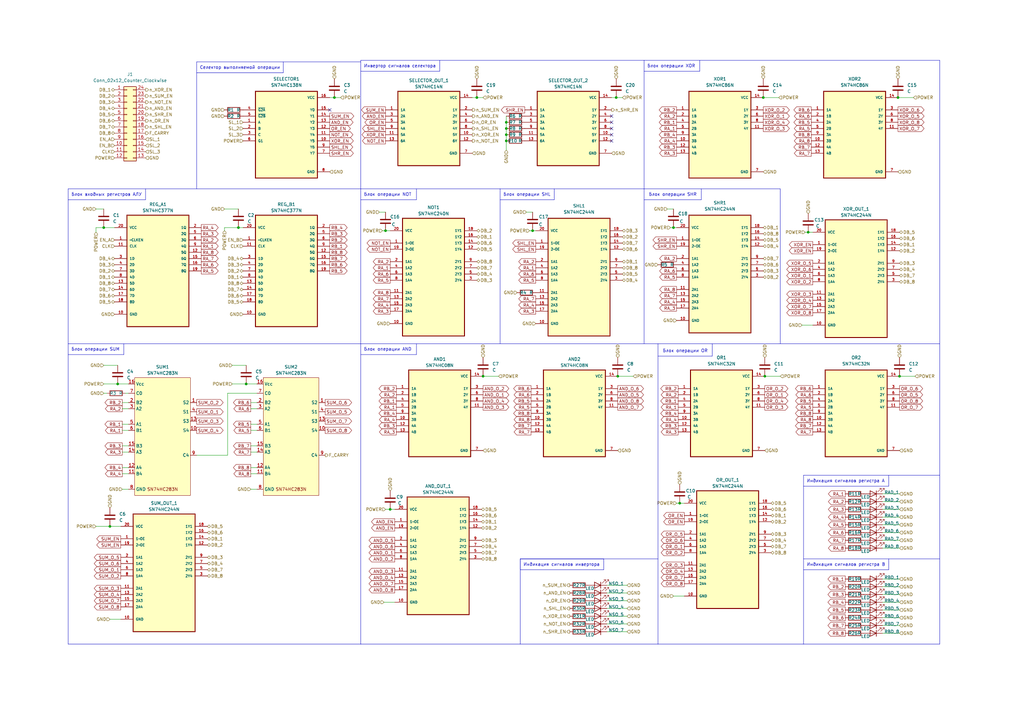
<source format=kicad_sch>
(kicad_sch (version 20230121) (generator eeschema)
  (paper "A3")
  (title_block (comment 1 "Схема электрическа принципиальная \\n Арифметико-логического устройства"))
  (junction (at 276.225 93.345))
  (junction (at 313.69 154.305))
  (junction (at 207.645 55.245))
  (junction (at 198.12 154.305))
  (junction (at 207.645 57.785))
  (junction (at 97.79 93.345))
  (junction (at 207.645 50.165))
  (junction (at 252.73 40.005))
  (junction (at 48.26 157.48))
  (junction (at 278.765 206.375))
  (junction (at 368.3 40.005))
  (junction (at 45.085 215.9))
  (junction (at 253.365 154.305))
  (junction (at 100.965 157.48))
  (junction (at 313.055 40.005))
  (junction (at 331.47 95.25))
  (junction (at 42.545 93.345))
  (junction (at 158.115 94.615))
  (junction (at 218.44 94.615))
  (junction (at 207.645 52.705))
  (junction (at 137.16 40.005))
  (junction (at 368.935 154.305))
  (junction (at 195.58 40.005))
  (junction (at 160.02 208.915))
  (no_connect (at 135.255 45.085))
  (no_connect (at 250.825 52.705))
  (no_connect (at 250.825 50.165))
  (no_connect (at 250.825 55.245))
  (no_connect (at 250.825 57.785))
  (no_connect (at 250.825 47.625))
  (wire (pts (xy 198.12 154.305) (xy 204.47 154.305)))
  (wire (pts (xy 274.955 93.345) (xy 276.225 93.345)))
  (wire (pts (xy 92.075 93.345) (xy 97.79 93.345)))
  (polyline (pts (xy 27.94 264.16) (xy 147.955 264.16)))
  (wire (pts (xy 102.87 182.88) (xy 105.41 182.88)))
  (wire (pts (xy 250.825 40.005) (xy 252.73 40.005)))
  (polyline (pts (xy 147.955 140.97) (xy 147.955 264.16)))
  (wire (pts (xy 50.165 200.66) (xy 52.705 200.66)))
  (wire (pts (xy 158.115 208.915) (xy 160.02 208.915)))
  (wire (pts (xy 50.165 176.53) (xy 52.705 176.53)))
  (wire (pts (xy 50.165 191.77) (xy 52.705 191.77)))
  (wire (pts (xy 361.95 205.74) (xy 368.935 205.74)))
  (wire (pts (xy 368.935 154.305) (xy 375.285 154.305)))
  (polyline (pts (xy 27.94 140.97) (xy 27.94 77.47)))
  (wire (pts (xy 361.95 208.915) (xy 368.935 208.915)))
  (wire (pts (xy 93.345 161.29) (xy 105.41 161.29)))
  (wire (pts (xy 102.87 191.77) (xy 105.41 191.77)))
  (polyline (pts (xy 329.565 194.945) (xy 385.445 194.945)))
  (polyline (pts (xy 264.16 24.765) (xy 385.445 24.765)))
  (wire (pts (xy 253.365 154.305) (xy 259.715 154.305)))
  (polyline (pts (xy 59.69 81.915) (xy 59.69 77.47)))
  (wire (pts (xy 93.345 186.69) (xy 93.345 161.29)))
  (polyline (pts (xy 329.565 229.235) (xy 385.445 229.235)))
  (polyline (pts (xy 147.955 145.415) (xy 170.815 145.415)))
  (polyline (pts (xy 80.645 29.845) (xy 116.205 29.845)))
  (wire (pts (xy 361.95 243.84) (xy 368.935 243.84)))
  (polyline (pts (xy 320.04 140.97) (xy 320.04 78.105)))
  (wire (pts (xy 48.26 157.48) (xy 52.705 157.48)))
  (wire (pts (xy 155.575 86.995) (xy 158.115 86.995)))
  (wire (pts (xy 102.87 200.66) (xy 105.41 200.66)))
  (wire (pts (xy 361.95 250.19) (xy 368.935 250.19)))
  (polyline (pts (xy 320.04 77.47) (xy 264.16 77.47)))
  (wire (pts (xy 207.645 55.245) (xy 207.645 57.785)))
  (wire (pts (xy 361.95 224.79) (xy 368.935 224.79)))
  (wire (pts (xy 42.545 149.86) (xy 48.26 149.86)))
  (wire (pts (xy 80.645 186.69) (xy 93.345 186.69)))
  (wire (pts (xy 50.165 182.88) (xy 52.705 182.88)))
  (polyline (pts (xy 364.49 199.39) (xy 364.49 194.945)))
  (polyline (pts (xy 170.815 145.415) (xy 170.815 140.97)))
  (wire (pts (xy 277.495 206.375) (xy 278.765 206.375)))
  (polyline (pts (xy 27.94 140.97) (xy 147.955 140.97)))
  (wire (pts (xy 278.765 206.375) (xy 280.67 206.375)))
  (wire (pts (xy 51.435 161.29) (xy 52.705 161.29)))
  (wire (pts (xy 50.165 167.64) (xy 52.705 167.64)))
  (wire (pts (xy 193.675 40.005) (xy 195.58 40.005)))
  (wire (pts (xy 361.95 253.365) (xy 368.935 253.365)))
  (polyline (pts (xy 329.565 264.16) (xy 385.445 264.16)))
  (wire (pts (xy 92.075 85.725) (xy 97.79 85.725)))
  (polyline (pts (xy 27.94 140.97) (xy 27.94 264.16)))
  (polyline (pts (xy 269.875 140.97) (xy 147.955 140.97)))
  (polyline (pts (xy 147.955 264.16) (xy 269.875 264.16)))
  (wire (pts (xy 217.17 94.615) (xy 218.44 94.615)))
  (wire (pts (xy 102.87 176.53) (xy 105.41 176.53)))
  (polyline (pts (xy 50.8 145.415) (xy 50.8 140.97)))
  (polyline (pts (xy 27.94 77.47) (xy 147.955 77.47)))
  (wire (pts (xy 207.645 47.625) (xy 207.645 50.165)))
  (wire (pts (xy 42.545 93.345) (xy 46.99 93.345)))
  (wire (pts (xy 100.965 157.48) (xy 105.41 157.48)))
  (wire (pts (xy 361.95 240.665) (xy 368.935 240.665)))
  (polyline (pts (xy 180.34 29.21) (xy 180.34 24.765)))
  (polyline (pts (xy 320.04 77.47) (xy 320.04 78.105)))
  (wire (pts (xy 50.165 185.42) (xy 52.705 185.42)))
  (wire (pts (xy 361.95 247.015) (xy 368.935 247.015)))
  (polyline (pts (xy 27.94 145.415) (xy 50.8 145.415)))
  (wire (pts (xy 361.95 256.54) (xy 368.935 256.54)))
  (wire (pts (xy 328.93 133.35) (xy 333.375 133.35)))
  (polyline (pts (xy 269.875 264.16) (xy 329.565 264.16)))
  (polyline (pts (xy 385.445 194.945) (xy 385.445 140.97)))
  (polyline (pts (xy 116.205 29.845) (xy 116.205 25.4)))
  (wire (pts (xy 361.95 212.09) (xy 368.935 212.09)))
  (polyline (pts (xy 329.565 199.39) (xy 364.49 199.39)))
  (wire (pts (xy 45.085 254) (xy 49.53 254)))
  (polyline (pts (xy 205.105 77.47) (xy 205.105 140.97)))
  (polyline (pts (xy 269.875 146.05) (xy 292.1 146.05)))
  (wire (pts (xy 215.9 86.995) (xy 218.44 86.995)))
  (wire (pts (xy 207.645 57.785) (xy 207.645 61.595)))
  (wire (pts (xy 158.115 94.615) (xy 160.02 94.615)))
  (wire (pts (xy 361.95 259.715) (xy 368.935 259.715)))
  (wire (pts (xy 102.87 194.31) (xy 105.41 194.31)))
  (wire (pts (xy 218.44 94.615) (xy 219.71 94.615)))
  (wire (pts (xy 156.845 94.615) (xy 158.115 94.615)))
  (wire (pts (xy 207.645 52.705) (xy 207.645 55.245)))
  (polyline (pts (xy 364.49 233.68) (xy 364.49 229.235)))
  (polyline (pts (xy 80.645 25.4) (xy 80.645 77.47)))
  (polyline (pts (xy 227.33 81.915) (xy 227.33 77.47)))
  (polyline (pts (xy 147.955 24.765) (xy 264.16 24.765)))
  (wire (pts (xy 39.37 85.725) (xy 42.545 85.725)))
  (wire (pts (xy 45.085 215.9) (xy 49.53 215.9)))
  (wire (pts (xy 248.92 246.38) (xy 257.175 246.38)))
  (polyline (pts (xy 319.405 140.97) (xy 269.875 140.97)))
  (polyline (pts (xy 329.565 233.68) (xy 364.49 233.68)))
  (wire (pts (xy 102.87 165.1) (xy 105.41 165.1)))
  (wire (pts (xy 361.95 218.44) (xy 368.935 218.44)))
  (polyline (pts (xy 264.16 81.915) (xy 287.655 81.915)))
  (polyline (pts (xy 205.105 81.915) (xy 227.33 81.915)))
  (wire (pts (xy 207.645 50.165) (xy 207.645 52.705)))
  (polyline (pts (xy 385.445 264.16) (xy 385.445 194.945)))
  (polyline (pts (xy 213.36 229.235) (xy 213.36 264.16)))
  (wire (pts (xy 102.87 173.99) (xy 105.41 173.99)))
  (polyline (pts (xy 147.955 29.21) (xy 180.34 29.21)))
  (wire (pts (xy 248.92 252.73) (xy 257.175 252.73)))
  (wire (pts (xy 331.47 95.25) (xy 333.375 95.25)))
  (wire (pts (xy 39.37 93.345) (xy 42.545 93.345)))
  (polyline (pts (xy 385.445 24.765) (xy 385.445 140.97)))
  (polyline (pts (xy 264.16 24.765) (xy 264.16 77.47)))
  (wire (pts (xy 273.685 85.725) (xy 276.225 85.725)))
  (wire (pts (xy 276.225 93.345) (xy 277.495 93.345)))
  (polyline (pts (xy 329.565 264.16) (xy 329.565 194.945)))
  (polyline (pts (xy 269.875 140.97) (xy 269.875 264.16)))
  (wire (pts (xy 313.69 154.305) (xy 320.04 154.305)))
  (polyline (pts (xy 27.94 81.915) (xy 59.69 81.915)))
  (wire (pts (xy 330.2 95.25) (xy 331.47 95.25)))
  (polyline (pts (xy 264.16 29.21) (xy 287.02 29.21)))
  (polyline (pts (xy 170.815 81.915) (xy 170.815 77.47)))
  (polyline (pts (xy 147.955 25.4) (xy 147.955 24.765)))
  (wire (pts (xy 361.95 202.565) (xy 368.935 202.565)))
  (wire (pts (xy 95.25 149.86) (xy 100.965 149.86)))
  (wire (pts (xy 248.92 249.555) (xy 257.175 249.555)))
  (polyline (pts (xy 264.16 77.47) (xy 264.16 140.97)))
  (wire (pts (xy 42.545 161.29) (xy 43.815 161.29)))
  (wire (pts (xy 361.95 215.265) (xy 368.935 215.265)))
  (polyline (pts (xy 287.655 81.915) (xy 287.655 77.47)))
  (polyline (pts (xy 205.105 77.47) (xy 264.16 77.47)))
  (wire (pts (xy 92.075 94.615) (xy 92.075 93.345)))
  (wire (pts (xy 135.255 40.005) (xy 137.16 40.005)))
  (wire (pts (xy 102.87 167.64) (xy 105.41 167.64)))
  (wire (pts (xy 157.48 247.015) (xy 161.925 247.015)))
  (wire (pts (xy 42.545 157.48) (xy 48.26 157.48)))
  (wire (pts (xy 160.02 208.915) (xy 161.925 208.915)))
  (polyline (pts (xy 269.875 229.235) (xy 213.36 229.235)))
  (polyline (pts (xy 147.955 81.915) (xy 170.815 81.915)))
  (polyline (pts (xy 292.1 146.05) (xy 292.1 140.97)))
  (polyline (pts (xy 287.02 29.21) (xy 287.02 24.765)))
  (wire (pts (xy 248.92 243.205) (xy 257.175 243.205)))
  (polyline (pts (xy 385.445 140.97) (xy 319.405 140.97)))
  (wire (pts (xy 50.165 173.99) (xy 52.705 173.99)))
  (wire (pts (xy 50.165 165.1) (xy 52.705 165.1)))
  (wire (pts (xy 137.16 40.005) (xy 139.7 40.005)))
  (wire (pts (xy 195.58 40.005) (xy 198.12 40.005)))
  (polyline (pts (xy 147.955 25.4) (xy 80.645 25.4)))
  (wire (pts (xy 39.37 95.25) (xy 39.37 93.345)))
  (wire (pts (xy 97.79 93.345) (xy 99.695 93.345)))
  (wire (pts (xy 102.87 185.42) (xy 105.41 185.42)))
  (polyline (pts (xy 147.955 77.47) (xy 147.955 25.4)))
  (wire (pts (xy 248.92 259.08) (xy 257.175 259.08)))
  (polyline (pts (xy 147.955 77.47) (xy 205.105 77.47)))
  (polyline (pts (xy 147.955 77.47) (xy 147.955 140.97)))
  (wire (pts (xy 252.73 40.005) (xy 255.27 40.005)))
  (wire (pts (xy 361.95 221.615) (xy 368.935 221.615)))
  (wire (pts (xy 313.055 40.005) (xy 319.405 40.005)))
  (wire (pts (xy 276.225 244.475) (xy 280.67 244.475)))
  (wire (pts (xy 361.95 237.49) (xy 368.935 237.49)))
  (wire (pts (xy 95.25 157.48) (xy 100.965 157.48)))
  (wire (pts (xy 248.92 240.03) (xy 257.175 240.03)))
  (wire (pts (xy 248.92 255.905) (xy 257.175 255.905)))
  (wire (pts (xy 368.3 40.005) (xy 374.65 40.005)))
  (wire (pts (xy 50.165 194.31) (xy 52.705 194.31)))
  (wire (pts (xy 39.37 215.9) (xy 45.085 215.9)))
  (rectangle (start 213.36 229.235) (end 247.65 233.68))
  (text "Индикация сигналов регистра А" (at 330.835 198.12 0) (effects (font (size 1.27 1.27)) (justify left bottom)))
  (text "Селектор выполняемой операции" (at 81.915 28.575 0) (effects (font (size 1.27 1.27)) (justify left bottom)))
  (text "Блок операции SHL\n" (at 206.375 80.645 0) (effects (font (size 1.27 1.27)) (justify left bottom)))
  (text "Блок операции OR" (at 271.78 144.78 0) (effects (font (size 1.27 1.27)) (justify left bottom)))
  (text "Индикация сигналов инвертора" (at 214.63 232.41 0) (effects (font (size 1.27 1.27)) (justify left bottom)))
  (text "Блок операции AND\n" (at 149.225 144.145 0) (effects (font (size 1.27 1.27)) (justify left bottom)))
  (text "Блок входных регистров АЛУ" (at 29.21 80.645 0) (effects (font (size 1.27 1.27)) (justify left bottom)))
  (text "Индикация сигналов регистра B\n" (at 330.835 232.41 0) (effects (font (size 1.27 1.27)) (justify left bottom)))
  (text "Инвертор сигналов селектора" (at 149.225 27.94 0) (effects (font (size 1.27 1.27)) (justify left bottom)))
  (text "Блок операции SHR\n" (at 266.065 80.645 0) (effects (font (size 1.27 1.27)) (justify left bottom)))
  (text "Блок операции NOT\n" (at 149.225 80.645 0) (effects (font (size 1.27 1.27)) (justify left bottom)))
  (text "Блок операции SUM\n" (at 29.21 144.145 0) (effects (font (size 1.27 1.27)) (justify left bottom)))
  (text "Блок операции XOR" (at 265.43 27.94 0) (effects (font (size 1.27 1.27)) (justify left bottom)))
  (global_label "AND_O_4" (shape output) (at 161.925 236.855 180) (property "Intersheetrefs" "${INTERSHEET_REFS}" (effects hide)))
  (global_label "RB_5" (shape output) (at 217.805 164.465 180) (property "Intersheetrefs" "${INTERSHEET_REFS}" (effects hide)))
  (global_label "RA_2" (shape output) (at 82.55 98.425 0) (property "Intersheetrefs" "${INTERSHEET_REFS}" (effects hide)))
  (global_label "RA_8" (shape output) (at 332.74 57.785 180) (property "Intersheetrefs" "${INTERSHEET_REFS}" (effects hide)))
  (global_label "RB_3" (shape output) (at 50.165 182.88 180) (property "Intersheetrefs" "${INTERSHEET_REFS}" (effects hide)))
  (global_label "RB_4" (shape output) (at 135.255 93.345 0) (property "Intersheetrefs" "${INTERSHEET_REFS}" (effects hide)))
  (global_label "RA_2" (shape output) (at 277.495 106.045 180) (property "Intersheetrefs" "${INTERSHEET_REFS}" (effects hide)))
  (global_label "RB_4" (shape output) (at 50.165 191.77 180) (property "Intersheetrefs" "${INTERSHEET_REFS}" (effects hide)))
  (global_label "RB_3" (shape output) (at 135.255 95.885 0) (property "Intersheetrefs" "${INTERSHEET_REFS}" (effects hide)))
  (global_label "RB_2" (shape output) (at 277.495 45.085 180) (property "Intersheetrefs" "${INTERSHEET_REFS}" (effects hide)))
  (global_label "AND_O_3" (shape output) (at 198.12 167.005 0) (property "Intersheetrefs" "${INTERSHEET_REFS}" (effects hide)))
  (global_label "RB_1" (shape output) (at 277.495 50.165 180) (property "Intersheetrefs" "${INTERSHEET_REFS}" (effects hide)))
  (global_label "RA_5" (shape output) (at 160.02 114.935 180) (property "Intersheetrefs" "${INTERSHEET_REFS}" (effects hide)))
  (global_label "XOR_EN" (shape output) (at 135.255 57.785 0) (property "Intersheetrefs" "${INTERSHEET_REFS}" (effects hide)))
  (global_label "RA_7" (shape output) (at 217.805 177.165 180) (property "Intersheetrefs" "${INTERSHEET_REFS}" (effects hide)))
  (global_label "AND_O_5" (shape output) (at 253.365 161.925 0) (property "Intersheetrefs" "${INTERSHEET_REFS}" (effects hide)))
  (global_label "RA_2" (shape output) (at 219.71 107.315 180) (property "Intersheetrefs" "${INTERSHEET_REFS}" (effects hide)))
  (global_label "SHR_EN" (shape output) (at 277.495 98.425 180) (property "Intersheetrefs" "${INTERSHEET_REFS}" (effects hide)))
  (global_label "XOR_O_8" (shape output) (at 368.3 50.165 0) (property "Intersheetrefs" "${INTERSHEET_REFS}" (effects hide)))
  (global_label "RB_2" (shape output) (at 346.71 240.665 180) (property "Intersheetrefs" "${INTERSHEET_REFS}" (effects hide)))
  (global_label "RA_1" (shape output) (at 160.02 109.855 180) (property "Intersheetrefs" "${INTERSHEET_REFS}" (effects hide)))
  (global_label "AND_O_1" (shape output) (at 198.12 161.925 0) (property "Intersheetrefs" "${INTERSHEET_REFS}" (effects hide)))
  (global_label "RB_8" (shape output) (at 333.375 169.545 180) (property "Intersheetrefs" "${INTERSHEET_REFS}" (effects hide)))
  (global_label "OR_EN" (shape output) (at 280.67 213.995 180) (property "Intersheetrefs" "${INTERSHEET_REFS}" (effects hide)))
  (global_label "OR_O_3" (shape output) (at 313.69 167.005 0) (property "Intersheetrefs" "${INTERSHEET_REFS}" (effects hide)))
  (global_label "RA_2" (shape output) (at 162.56 161.925 180) (property "Intersheetrefs" "${INTERSHEET_REFS}" (effects hide)))
  (global_label "OR_O_1" (shape output) (at 280.67 224.155 180) (property "Intersheetrefs" "${INTERSHEET_REFS}" (effects hide)))
  (global_label "SUM_O_4" (shape output) (at 49.53 243.84 180) (property "Intersheetrefs" "${INTERSHEET_REFS}" (effects hide)))
  (global_label "RA_6" (shape output) (at 102.87 167.64 180) (property "Intersheetrefs" "${INTERSHEET_REFS}" (effects hide)))
  (global_label "SUM_EN" (shape output) (at 49.53 220.98 180) (property "Intersheetrefs" "${INTERSHEET_REFS}" (effects hide)))
  (global_label "RA_7" (shape output) (at 332.74 62.865 180) (property "Intersheetrefs" "${INTERSHEET_REFS}" (effects hide)))
  (global_label "RB_7" (shape output) (at 333.375 174.625 180) (property "Intersheetrefs" "${INTERSHEET_REFS}" (effects hide)))
  (global_label "SUM_O_2" (shape output) (at 49.53 236.22 180) (property "Intersheetrefs" "${INTERSHEET_REFS}" (effects hide)))
  (global_label "RB_1" (shape output) (at 278.13 164.465 180) (property "Intersheetrefs" "${INTERSHEET_REFS}" (effects hide)))
  (global_label "RA_7" (shape output) (at 160.02 122.555 180) (property "Intersheetrefs" "${INTERSHEET_REFS}" (effects hide)))
  (global_label "AND_O_3" (shape output) (at 161.925 234.315 180) (property "Intersheetrefs" "${INTERSHEET_REFS}" (effects hide)))
  (global_label "RB_4" (shape output) (at 346.71 247.015 180) (property "Intersheetrefs" "${INTERSHEET_REFS}" (effects hide)))
  (global_label "RA_1" (shape output) (at 82.55 100.965 0) (property "Intersheetrefs" "${INTERSHEET_REFS}" (effects hide)))
  (global_label "RA_5" (shape output) (at 346.71 215.265 180) (property "Intersheetrefs" "${INTERSHEET_REFS}" (effects hide)))
  (global_label "XOR_EN" (shape output) (at 333.375 100.33 180) (property "Intersheetrefs" "${INTERSHEET_REFS}" (effects hide)))
  (global_label "RB_5" (shape output) (at 333.375 164.465 180) (property "Intersheetrefs" "${INTERSHEET_REFS}" (effects hide)))
  (global_label "RB_3" (shape output) (at 278.13 174.625 180) (property "Intersheetrefs" "${INTERSHEET_REFS}" (effects hide)))
  (global_label "RA_4" (shape output) (at 160.02 125.095 180) (property "Intersheetrefs" "${INTERSHEET_REFS}" (effects hide)))
  (global_label "AND_O_6" (shape output) (at 253.365 159.385 0) (property "Intersheetrefs" "${INTERSHEET_REFS}" (effects hide)))
  (global_label "RA_5" (shape output) (at 102.87 176.53 180) (property "Intersheetrefs" "${INTERSHEET_REFS}" (effects hide)))
  (global_label "RB_7" (shape output) (at 135.255 106.045 0) (property "Intersheetrefs" "${INTERSHEET_REFS}" (effects hide)))
  (global_label "SUM_O_2" (shape output) (at 80.645 165.1 0) (property "Intersheetrefs" "${INTERSHEET_REFS}" (effects hide)))
  (global_label "RA_3" (shape output) (at 219.71 127.635 180) (property "Intersheetrefs" "${INTERSHEET_REFS}" (effects hide)))
  (global_label "XOR_O_6" (shape output) (at 333.375 110.49 180) (property "Intersheetrefs" "${INTERSHEET_REFS}" (effects hide)))
  (global_label "RB_1" (shape output) (at 50.165 173.99 180) (property "Intersheetrefs" "${INTERSHEET_REFS}" (effects hide)))
  (global_label "RA_1" (shape output) (at 50.165 176.53 180) (property "Intersheetrefs" "${INTERSHEET_REFS}" (effects hide)))
  (global_label "RA_1" (shape output) (at 278.13 167.005 180) (property "Intersheetrefs" "${INTERSHEET_REFS}" (effects hide)))
  (global_label "AND_EN" (shape output) (at 158.115 47.625 180) (property "Intersheetrefs" "${INTERSHEET_REFS}" (effects hide)))
  (global_label "XOR_O_2" (shape output) (at 313.055 45.085 0) (property "Intersheetrefs" "${INTERSHEET_REFS}" (effects hide)))
  (global_label "SHL_EN" (shape output) (at 219.71 99.695 180) (property "Intersheetrefs" "${INTERSHEET_REFS}" (effects hide)))
  (global_label "RA_3" (shape output) (at 346.71 208.915 180) (property "Intersheetrefs" "${INTERSHEET_REFS}" (effects hide)))
  (global_label "OR_O_4" (shape output) (at 313.69 164.465 0) (property "Intersheetrefs" "${INTERSHEET_REFS}" (effects hide)))
  (global_label "XOR_O_7" (shape output) (at 333.375 125.73 180) (property "Intersheetrefs" "${INTERSHEET_REFS}" (effects hide)))
  (global_label "RA_7" (shape output) (at 277.495 121.285 180) (property "Intersheetrefs" "${INTERSHEET_REFS}" (effects hide)))
  (global_label "RA_4" (shape output) (at 346.71 212.09 180) (property "Intersheetrefs" "${INTERSHEET_REFS}" (effects hide)))
  (global_label "SUM_O_6" (shape output) (at 133.35 165.1 0) (property "Intersheetrefs" "${INTERSHEET_REFS}" (effects hide)))
  (global_label "SUM_O_8" (shape output) (at 49.53 248.92 180) (property "Intersheetrefs" "${INTERSHEET_REFS}" (effects hide)))
  (global_label "RB_4" (shape output) (at 162.56 169.545 180) (property "Intersheetrefs" "${INTERSHEET_REFS}" (effects hide)))
  (global_label "RA_3" (shape output) (at 277.495 126.365 180) (property "Intersheetrefs" "${INTERSHEET_REFS}" (effects hide)))
  (global_label "OR_EN" (shape output) (at 158.115 50.165 180) (property "Intersheetrefs" "${INTERSHEET_REFS}" (effects hide)))
  (global_label "RB_1" (shape output) (at 135.255 100.965 0) (property "Intersheetrefs" "${INTERSHEET_REFS}" (effects hide)))
  (global_label "RB_6" (shape output) (at 333.375 159.385 180) (property "Intersheetrefs" "${INTERSHEET_REFS}" (effects hide)))
  (global_label "OR_O_2" (shape output) (at 280.67 226.695 180) (property "Intersheetrefs" "${INTERSHEET_REFS}" (effects hide)))
  (global_label "SHR_EN" (shape output) (at 277.495 100.965 180) (property "Intersheetrefs" "${INTERSHEET_REFS}" (effects hide)))
  (global_label "RB_7" (shape output) (at 332.74 60.325 180) (property "Intersheetrefs" "${INTERSHEET_REFS}" (effects hide)))
  (global_label "RA_6" (shape output) (at 160.02 112.395 180) (property "Intersheetrefs" "${INTERSHEET_REFS}" (effects hide)))
  (global_label "OR_EN" (shape output) (at 135.255 52.705 0) (property "Intersheetrefs" "${INTERSHEET_REFS}" (effects hide)))
  (global_label "OR_O_6" (shape output) (at 280.67 221.615 180) (property "Intersheetrefs" "${INTERSHEET_REFS}" (effects hide)))
  (global_label "RA_2" (shape output) (at 278.13 161.925 180) (property "Intersheetrefs" "${INTERSHEET_REFS}" (effects hide)))
  (global_label "RB_8" (shape output) (at 135.255 103.505 0) (property "Intersheetrefs" "${INTERSHEET_REFS}" (effects hide)))
  (global_label "OR_O_3" (shape output) (at 280.67 231.775 180) (property "Intersheetrefs" "${INTERSHEET_REFS}" (effects hide)))
  (global_label "AND_EN" (shape output) (at 135.255 50.165 0) (property "Intersheetrefs" "${INTERSHEET_REFS}" (effects hide)))
  (global_label "XOR_O_5" (shape output) (at 333.375 107.95 180) (property "Intersheetrefs" "${INTERSHEET_REFS}" (effects hide)))
  (global_label "AND_O_7" (shape output) (at 253.365 167.005 0) (property "Intersheetrefs" "${INTERSHEET_REFS}" (effects hide)))
  (global_label "SHL_EN" (shape output) (at 135.255 60.325 0) (property "Intersheetrefs" "${INTERSHEET_REFS}" (effects hide)))
  (global_label "XOR_O_3" (shape output) (at 333.375 120.65 180) (property "Intersheetrefs" "${INTERSHEET_REFS}" (effects hide)))
  (global_label "AND_O_4" (shape output) (at 198.12 164.465 0) (property "Intersheetrefs" "${INTERSHEET_REFS}" (effects hide)))
  (global_label "RB_3" (shape output) (at 162.56 174.625 180) (property "Intersheetrefs" "${INTERSHEET_REFS}" (effects hide)))
  (global_label "SUM_O_4" (shape output) (at 80.645 176.53 0) (property "Intersheetrefs" "${INTERSHEET_REFS}" (effects hide)))
  (global_label "OR_O_6" (shape output) (at 368.935 159.385 0) (property "Intersheetrefs" "${INTERSHEET_REFS}" (effects hide)))
  (global_label "RB_6" (shape output) (at 332.74 45.085 180) (property "Intersheetrefs" "${INTERSHEET_REFS}" (effects hide)))
  (global_label "SUM_O_3" (shape output) (at 80.645 172.72 0) (property "Intersheetrefs" "${INTERSHEET_REFS}" (effects hide)))
  (global_label "AND_O_8" (shape output) (at 253.365 164.465 0) (property "Intersheetrefs" "${INTERSHEET_REFS}" (effects hide)))
  (global_label "RB_3" (shape output) (at 277.495 60.325 180) (property "Intersheetrefs" "${INTERSHEET_REFS}" (effects hide)))
  (global_label "RA_5" (shape output) (at 332.74 52.705 180) (property "Intersheetrefs" "${INTERSHEET_REFS}" (effects hide)))
  (global_label "RA_4" (shape output) (at 50.165 194.31 180) (property "Intersheetrefs" "${INTERSHEET_REFS}" (effects hide)))
  (global_label "RB_2" (shape output) (at 135.255 98.425 0) (property "Intersheetrefs" "${INTERSHEET_REFS}" (effects hide)))
  (global_label "RA_3" (shape output) (at 50.165 185.42 180) (property "Intersheetrefs" "${INTERSHEET_REFS}" (effects hide)))
  (global_label "SUM_O_7" (shape output) (at 133.35 172.72 0) (property "Intersheetrefs" "${INTERSHEET_REFS}" (effects hide)))
  (global_label "XOR_O_5" (shape output) (at 368.3 47.625 0) (property "Intersheetrefs" "${INTERSHEET_REFS}" (effects hide)))
  (global_label "RA_8" (shape output) (at 82.55 103.505 0) (property "Intersheetrefs" "${INTERSHEET_REFS}" (effects hide)))
  (global_label "RB_1" (shape output) (at 346.71 237.49 180) (property "Intersheetrefs" "${INTERSHEET_REFS}" (effects hide)))
  (global_label "RA_3" (shape output) (at 160.02 127.635 180) (property "Intersheetrefs" "${INTERSHEET_REFS}" (effects hide)))
  (global_label "NOT_EN" (shape output) (at 158.115 57.785 180) (property "Intersheetrefs" "${INTERSHEET_REFS}" (effects hide)))
  (global_label "RA_8" (shape output) (at 346.71 224.79 180) (property "Intersheetrefs" "${INTERSHEET_REFS}" (effects hide)))
  (global_label "RB_4" (shape output) (at 277.495 55.245 180) (property "Intersheetrefs" "${INTERSHEET_REFS}" (effects hide)))
  (global_label "RB_8" (shape output) (at 332.74 55.245 180) (property "Intersheetrefs" "${INTERSHEET_REFS}" (effects hide)))
  (global_label "XOR_EN" (shape output) (at 333.375 102.87 180) (property "Intersheetrefs" "${INTERSHEET_REFS}" (effects hide)))
  (global_label "AND_O_2" (shape output) (at 161.925 229.235 180) (property "Intersheetrefs" "${INTERSHEET_REFS}" (effects hide)))
  (global_label "RA_1" (shape output) (at 346.71 202.565 180) (property "Intersheetrefs" "${INTERSHEET_REFS}" (effects hide)))
  (global_label "RA_7" (shape output) (at 102.87 185.42 180) (property "Intersheetrefs" "${INTERSHEET_REFS}" (effects hide)))
  (global_label "XOR_EN" (shape output) (at 158.115 55.245 180) (property "Intersheetrefs" "${INTERSHEET_REFS}" (effects hide)))
  (global_label "SHL_EN" (shape output) (at 158.115 52.705 180) (property "Intersheetrefs" "${INTERSHEET_REFS}" (effects hide)))
  (global_label "OR_O_7" (shape output) (at 368.935 167.005 0) (property "Intersheetrefs" "${INTERSHEET_REFS}" (effects hide)))
  (global_label "RA_6" (shape output) (at 217.805 161.925 180) (property "Intersheetrefs" "${INTERSHEET_REFS}" (effects hide)))
  (global_label "RA_7" (shape output) (at 219.71 122.555 180) (property "Intersheetrefs" "${INTERSHEET_REFS}" (effects hide)))
  (global_label "XOR_O_3" (shape output) (at 313.055 52.705 0) (property "Intersheetrefs" "${INTERSHEET_REFS}" (effects hide)))
  (global_label "SUM_EN" (shape output) (at 158.115 45.085 180) (property "Intersheetrefs" "${INTERSHEET_REFS}" (effects hide)))
  (global_label "XOR_O_7" (shape output) (at 368.3 52.705 0) (property "Intersheetrefs" "${INTERSHEET_REFS}" (effects hide)))
  (global_label "RA_1" (shape output) (at 277.495 52.705 180) (property "Intersheetrefs" "${INTERSHEET_REFS}" (effects hide)))
  (global_label "XOR_O_6" (shape output) (at 368.3 45.085 0) (property "Intersheetrefs" "${INTERSHEET_REFS}" (effects hide)))
  (global_label "SHL_EN" (shape output) (at 219.71 102.235 180) (property "Intersheetrefs" "${INTERSHEET_REFS}" (effects hide)))
  (global_label "SUM_EN" (shape output) (at 49.53 223.52 180) (property "Intersheetrefs" "${INTERSHEET_REFS}" (effects hide)))
  (global_label "AND_EN" (shape output) (at 161.925 213.995 180) (property "Intersheetrefs" "${INTERSHEET_REFS}" (effects hide)))
  (global_label "AND_O_7" (shape output) (at 161.925 239.395 180) (property "Intersheetrefs" "${INTERSHEET_REFS}" (effects hide)))
  (global_label "RA_6" (shape output) (at 277.495 111.125 180) (property "Intersheetrefs" "${INTERSHEET_REFS}" (effects hide)))
  (global_label "SHR_EN" (shape output) (at 215.265 45.085 180) (property "Intersheetrefs" "${INTERSHEET_REFS}" (effects hide)))
  (global_label "RB_6" (shape output) (at 217.805 159.385 180) (property "Intersheetrefs" "${INTERSHEET_REFS}" (effects hide)))
  (global_label "RA_8" (shape output) (at 160.02 120.015 180) (property "Intersheetrefs" "${INTERSHEET_REFS}" (effects hide)))
  (global_label "XOR_O_1" (shape output) (at 313.055 47.625 0) (property "Intersheetrefs" "${INTERSHEET_REFS}" (effects hide)))
  (global_label "OR_O_8" (shape output) (at 280.67 239.395 180) (property "Intersheetrefs" "${INTERSHEET_REFS}" (effects hide)))
  (global_label "SHR_EN" (shape output) (at 135.255 62.865 0) (property "Intersheetrefs" "${INTERSHEET_REFS}" (effects hide)))
  (global_label "RB_8" (shape output) (at 217.805 169.545 180) (property "Intersheetrefs" "${INTERSHEET_REFS}" (effects hide)))
  (global_label "OR_O_1" (shape output) (at 313.69 161.925 0) (property "Intersheetrefs" "${INTERSHEET_REFS}" (effects hide)))
  (global_label "OR_O_4" (shape output) (at 280.67 234.315 180) (property "Intersheetrefs" "${INTERSHEET_REFS}" (effects hide)))
  (global_label "NOT_EN" (shape output) (at 160.02 99.695 180) (property "Intersheetrefs" "${INTERSHEET_REFS}" (effects hide)))
  (global_label "RA_6" (shape output) (at 333.375 161.925 180) (property "Intersheetrefs" "${INTERSHEET_REFS}" (effects hide)))
  (global_label "RB_5" (shape output) (at 135.255 111.125 0) (property "Intersheetrefs" "${INTERSHEET_REFS}" (effects hide)))
  (global_label "XOR_O_1" (shape output) (at 333.375 113.03 180) (property "Intersheetrefs" "${INTERSHEET_REFS}" (effects hide)))
  (global_label "SUM_O_5" (shape output) (at 133.35 168.91 0) (property "Intersheetrefs" "${INTERSHEET_REFS}" (effects hide)))
  (global_label "RA_7" (shape output) (at 333.375 177.165 180) (property "Intersheetrefs" "${INTERSHEET_REFS}" (effects hide)))
  (global_label "AND_EN" (shape output) (at 161.925 216.535 180) (property "Intersheetrefs" "${INTERSHEET_REFS}" (effects hide)))
  (global_label "RB_2" (shape output) (at 50.165 165.1 180) (property "Intersheetrefs" "${INTERSHEET_REFS}" (effects hide)))
  (global_label "RA_6" (shape output) (at 82.55 108.585 0) (property "Intersheetrefs" "${INTERSHEET_REFS}" (effects hide)))
  (global_label "SUM_O_6" (shape output) (at 49.53 231.14 180) (property "Intersheetrefs" "${INTERSHEET_REFS}" (effects hide)))
  (global_label "RA_4" (shape output) (at 162.56 172.085 180) (property "Intersheetrefs" "${INTERSHEET_REFS}" (effects hide)))
  (global_label "RA_5" (shape output) (at 82.55 111.125 0) (property "Intersheetrefs" "${INTERSHEET_REFS}" (effects hide)))
  (global_label "RA_5" (shape output) (at 277.495 113.665 180) (property "Intersheetrefs" "${INTERSHEET_REFS}" (effects hide)))
  (global_label "RB_2" (shape output) (at 278.13 159.385 180) (property "Intersheetrefs" "${INTERSHEET_REFS}" (effects hide)))
  (global_label "XOR_O_2" (shape output) (at 333.375 115.57 180) (property "Intersheetrefs" "${INTERSHEET_REFS}" (effects hide)))
  (global_label "AND_O_5" (shape output) (at 161.925 221.615 180) (property "Intersheetrefs" "${INTERSHEET_REFS}" (effects hide)))
  (global_label "XOR_O_4" (shape output) (at 313.055 50.165 0) (property "Intersheetrefs" "${INTERSHEET_REFS}" (effects hide)))
  (global_label "NOT_EN" (shape output) (at 160.02 102.235 180) (property "Intersheetrefs" "${INTERSHEET_REFS}" (effects hide)))
  (global_label "RA_8" (shape output) (at 277.495 118.745 180) (property "Intersheetrefs" "${INTERSHEET_REFS}" (effects hide)))
  (global_label "RA_5" (shape output) (at 217.805 167.005 180) (property "Intersheetrefs" "${INTERSHEET_REFS}" (effects hide)))
  (global_label "RA_4" (shape output) (at 277.495 57.785 180) (property "Intersheetrefs" "${INTERSHEET_REFS}" (effects hide)))
  (global_label "RB_5" (shape output) (at 346.71 250.19 180) (property "Intersheetrefs" "${INTERSHEET_REFS}" (effects hide)))
  (global_label "RA_7" (shape output) (at 82.55 106.045 0) (property "Intersheetrefs" "${INTERSHEET_REFS}" (effects hide)))
  (global_label "SUM_O_1" (shape output) (at 80.645 168.91 0) (property "Intersheetrefs" "${INTERSHEET_REFS}" (effects hide)))
  (global_label "RA_6" (shape output) (at 219.71 112.395 180) (property "Intersheetrefs" "${INTERSHEET_REFS}" (effects hide)))
  (global_label "OR_O_5" (shape output) (at 280.67 219.075 180) (property "Intersheetrefs" "${INTERSHEET_REFS}" (effects hide)))
  (global_label "RB_8" (shape output) (at 346.71 259.715 180) (property "Intersheetrefs" "${INTERSHEET_REFS}" (effects hide)))
  (global_label "RA_2" (shape output) (at 50.165 167.64 180) (property "Intersheetrefs" "${INTERSHEET_REFS}" (effects hide)))
  (global_label "RA_7" (shape output) (at 346.71 221.615 180) (property "Intersheetrefs" "${INTERSHEET_REFS}" (effects hide)))
  (global_label "AND_O_2" (shape output) (at 198.12 159.385 0) (property "Intersheetrefs" "${INTERSHEET_REFS}" (effects hide)))
  (global_label "RB_7" (shape output) (at 346.71 256.54 180) (property "Intersheetrefs" "${INTERSHEET_REFS}" (effects hide)))
  (global_label "AND_O_6" (shape output) (at 161.925 224.155 180) (property "Intersheetrefs" "${INTERSHEET_REFS}" (effects hide)))
  (global_label "OR_EN" (shape output) (at 280.67 211.455 180) (property "Intersheetrefs" "${INTERSHEET_REFS}" (effects hide)))
  (global_label "RA_3" (shape output) (at 277.495 62.865 180) (property "Intersheetrefs" "${INTERSHEET_REFS}" (effects hide)))
  (global_label "SUM_EN" (shape output) (at 135.255 47.625 0) (property "Intersheetrefs" "${INTERSHEET_REFS}" (effects hide)))
  (global_label "RA_8" (shape output) (at 102.87 194.31 180) (property "Intersheetrefs" "${INTERSHEET_REFS}" (effects hide)))
  (global_label "RA_2" (shape output) (at 160.02 107.315 180) (property "Intersheetrefs" "${INTERSHEET_REFS}" (effects hide)))
  (global_label "RB_3" (shape output) (at 346.71 243.84 180) (property "Intersheetrefs" "${INTERSHEET_REFS}" (effects hide)))
  (global_label "OR_O_8" (shape output) (at 368.935 164.465 0) (property "Intersheetrefs" "${INTERSHEET_REFS}" (effects hide)))
  (global_label "RB_4" (shape output) (at 278.13 169.545 180) (property "Intersheetrefs" "${INTERSHEET_REFS}" (effects hide)))
  (global_label "RB_2" (shape output) (at 162.56 159.385 180) (property "Intersheetrefs" "${INTERSHEET_REFS}" (effects hide)))
  (global_label "XOR_O_4" (shape output) (at 333.375 123.19 180) (property "Intersheetrefs" "${INTERSHEET_REFS}" (effects hide)))
  (global_label "RB_6" (shape output) (at 102.87 165.1 180) (property "Intersheetrefs" "${INTERSHEET_REFS}" (effects hide)))
  (global_label "RB_5" (shape output) (at 332.74 50.165 180) (property "Intersheetrefs" "${INTERSHEET_REFS}" (effects hide)))
  (global_label "AND_O_1" (shape output) (at 161.925 226.695 180) (property "Intersheetrefs" "${INTERSHEET_REFS}" (effects hide)))
  (global_label "OR_O_7" (shape output) (at 280.67 236.855 180) (property "Intersheetrefs" "${INTERSHEET_REFS}" (effects hide)))
  (global_label "RB_6" (shape output) (at 346.71 253.365 180) (property "Intersheetrefs" "${INTERSHEET_REFS}" (effects hide)))
  (global_label "RA_5" (shape output) (at 333.375 167.005 180) (property "Intersheetrefs" "${INTERSHEET_REFS}" (effects hide)))
  (global_label "OR_O_2" (shape output) (at 313.69 159.385 0) (property "Intersheetrefs" "${INTERSHEET_REFS}" (effects hide)))
  (global_label "RB_8" (shape output) (at 102.87 191.77 180) (property "Intersheetrefs" "${INTERSHEET_REFS}" (effects hide)))
  (global_label "RA_3" (shape output) (at 278.13 177.165 180) (property "Intersheetrefs" "${INTERSHEET_REFS}" (effects hide)))
  (global_label "SUM_O_5" (shape output) (at 49.53 228.6 180) (property "Intersheetrefs" "${INTERSHEET_REFS}" (effects hide)))
  (global_label "RA_3" (shape output) (at 162.56 177.165 180) (property "Intersheetrefs" "${INTERSHEET_REFS}" (effects hide)))
  (global_label "OR_O_5" (shape output) (at 368.935 161.925 0) (property "Intersheetrefs" "${INTERSHEET_REFS}" (effects hide)))
  (global_label "AND_O_8" (shape output) (at 161.925 241.935 180) (property "Intersheetrefs" "${INTERSHEET_REFS}" (effects hide)))
  (global_label "RB_6" (shape output) (at 135.255 108.585 0) (property "Intersheetrefs" "${INTERSHEET_REFS}" (effects hide)))
  (global_label "XOR_O_8" (shape output) (at 333.375 128.27 180) (property "Intersheetrefs" "${INTERSHEET_REFS}" (effects hide)))
  (global_label "RA_3" (shape output) (at 82.55 95.885 0) (property "Intersheetrefs" "${INTERSHEET_REFS}" (effects hide)))
  (global_label "RA_5" (shape output) (at 219.71 114.935 180) (property "Intersheetrefs" "${INTERSHEET_REFS}" (effects hide)))
  (global_label "RA_6" (shape output) (at 346.71 218.44 180) (property "Intersheetrefs" "${INTERSHEET_REFS}" (effects hide)))
  (global_label "RA_4" (shape output) (at 82.55 93.345 0) (property "Intersheetrefs" "${INTERSHEET_REFS}" (effects hide)))
  (global_label "SUM_O_8" (shape output) (at 133.35 176.53 0) (property "Intersheetrefs" "${INTERSHEET_REFS}" (effects hide)))
  (global_label "RA_6" (shape output) (at 332.74 47.625 180) (property "Intersheetrefs" "${INTERSHEET_REFS}" (effects hide)))
  (global_label "SUM_O_3" (shape output) (at 49.53 241.3 180) (property "Intersheetrefs" "${INTERSHEET_REFS}" (effects hide)))
  (global_label "RA_4" (shape output) (at 219.71 125.095 180) (property "Intersheetrefs" "${INTERSHEET_REFS}" (effects hide)))
  (global_label "RA_4" (shape output) (at 278.13 172.085 180) (property "Intersheetrefs" "${INTERSHEET_REFS}" (effects hide)))
  (global_label "RB_7" (shape output) (at 102.87 182.88 180) (property "Intersheetrefs" "${INTERSHEET_REFS}" (effects hide)))
  (global_label "RA_4" (shape output) (at 277.495 123.825 180) (property "Intersheetrefs" "${INTERSHEET_REFS}" (effects hide)))
  (global_label "RA_8" (shape output) (at 333.375 172.085 180) (property "Intersheetrefs" "${INTERSHEET_REFS}" (effects hide)))
  (global_label "RA_1" (shape output) (at 162.56 167.005 180) (property "Intersheetrefs" "${INTERSHEET_REFS}" (effects hide)))
  (global_label "RB_7" (shape output) (at 217.805 174.625 180) (property "Intersheetrefs" "${INTERSHEET_REFS}" (effects hide)))
  (global_label "SUM_O_7" (shape output) (at 49.53 246.38 180) (property "Intersheetrefs" "${INTERSHEET_REFS}" (effects hide)))
  (global_label "RA_1" (shape output) (at 219.71 109.855 180) (property "Intersheetrefs" "${INTERSHEET_REFS}" (effects hide)))
  (global_label "NOT_EN" (shape output) (at 135.255 55.245 0) (property "Intersheetrefs" "${INTERSHEET_REFS}" (effects hide)))
  (global_label "RA_8" (shape output) (at 217.805 172.085 180) (property "Intersheetrefs" "${INTERSHEET_REFS}" (effects hide)))
  (global_label "SUM_O_1" (shape output) (at 49.53 233.68 180) (property "Intersheetrefs" "${INTERSHEET_REFS}" (effects hide)))
  (global_label "RB_5" (shape output) (at 102.87 173.99 180) (property "Intersheetrefs" "${INTERSHEET_REFS}" (effects hide)))
  (global_label "RA_2" (shape output) (at 277.495 47.625 180) (property "Intersheetrefs" "${INTERSHEET_REFS}" (effects hide)))
  (global_label "RB_1" (shape output) (at 162.56 164.465 180) (property "Intersheetrefs" "${INTERSHEET_REFS}" (effects hide)))
  (global_label "RA_2" (shape output) (at 346.71 205.74 180) (property "Intersheetrefs" "${INTERSHEET_REFS}" (effects hide)))
  (hierarchical_label "DB_8" (shape bidirectional) (at 99.695 116.205 180))
  (hierarchical_label "DB_7" (shape bidirectional) (at 85.09 233.68 0))
  (hierarchical_label "CLK" (shape input) (at 46.99 100.965 180))
  (hierarchical_label "F_CARRY" (shape output) (at 133.35 186.69 0))
  (hierarchical_label "DB_3" (shape bidirectional) (at 46.99 41.91 180))
  (hierarchical_label "DB_4" (shape bidirectional) (at 99.695 106.045 180))
  (hierarchical_label "GND" (shape input) (at 276.225 244.475 180))
  (hierarchical_label "DB_3" (shape bidirectional) (at 197.485 221.615 0))
  (hierarchical_label "DB_1" (shape bidirectional) (at 46.99 36.83 180))
  (hierarchical_label "GND" (shape input) (at 193.675 62.865 0))
  (hierarchical_label "n_SHR_EN" (shape output) (at 250.825 45.085 0))
  (hierarchical_label "SL_2" (shape input) (at 59.69 59.69 0))
  (hierarchical_label "DB_8" (shape bidirectional) (at 316.23 226.695 0))
  (hierarchical_label "DB_1" (shape bidirectional) (at 85.09 220.98 0))
  (hierarchical_label "GND" (shape input) (at 257.175 255.905 0))
  (hierarchical_label "DB_1" (shape bidirectional) (at 316.23 211.455 0))
  (hierarchical_label "GND" (shape input) (at 42.545 149.86 180))
  (hierarchical_label "CLK" (shape input) (at 46.99 62.23 180))
  (hierarchical_label "DB_3" (shape bidirectional) (at 255.27 94.615 0))
  (hierarchical_label "n_AND_EN" (shape output) (at 59.69 44.45 0))
  (hierarchical_label "DB_8" (shape bidirectional) (at 85.09 236.22 0))
  (hierarchical_label "DB_1" (shape bidirectional) (at 99.695 113.665 180))
  (hierarchical_label "n_AND_EN" (shape output) (at 193.675 47.625 0))
  (hierarchical_label "n_SHR_EN" (shape output) (at 233.68 259.08 180))
  (hierarchical_label "GND" (shape input) (at 198.12 184.785 0))
  (hierarchical_label "POWER" (shape input) (at 320.04 154.305 0))
  (hierarchical_label "GND" (shape input) (at 368.935 256.54 0))
  (hierarchical_label "DB_3" (shape bidirectional) (at 368.935 107.95 0))
  (hierarchical_label "POWER" (shape input) (at 375.285 154.305 0))
  (hierarchical_label "n_SHR_EN" (shape output) (at 59.69 46.99 0))
  (hierarchical_label "GND" (shape input) (at 278.765 198.755 90))
  (hierarchical_label "POWER" (shape input) (at 330.2 95.25 180))
  (hierarchical_label "POWER" (shape input) (at 99.695 57.785 180))
  (hierarchical_label "n_AND_EN" (shape output) (at 233.68 243.205 180))
  (hierarchical_label "DB_5" (shape bidirectional) (at 46.99 46.99 180))
  (hierarchical_label "F_CARRY" (shape output) (at 59.69 54.61 0))
  (hierarchical_label "DB_4" (shape bidirectional) (at 316.23 221.615 0))
  (hierarchical_label "DB_5" (shape bidirectional) (at 85.09 215.9 0))
  (hierarchical_label "POWER" (shape input) (at 374.65 40.005 0))
  (hierarchical_label "GND" (shape input) (at 45.085 254 180))
  (hierarchical_label "DB_7" (shape bidirectional) (at 195.58 109.855 0))
  (hierarchical_label "GND" (shape input) (at 273.685 85.725 180))
  (hierarchical_label "GND" (shape input) (at 257.175 240.03 0))
  (hierarchical_label "GND" (shape input) (at 313.055 70.485 0))
  (hierarchical_label "GND" (shape input) (at 212.09 120.015 180))
  (hierarchical_label "n_SHL_EN" (shape output) (at 59.69 52.07 0))
  (hierarchical_label "GND" (shape input) (at 368.935 212.09 0))
  (hierarchical_label "POWER" (shape input) (at 39.37 215.9 180))
  (hierarchical_label "GND" (shape input) (at 368.3 32.385 90))
  (hierarchical_label "GND" (shape input) (at 253.365 184.785 0))
  (hierarchical_label "DB_7" (shape bidirectional) (at 46.99 118.745 180))
  (hierarchical_label "DB_6" (shape bidirectional) (at 368.935 97.79 0))
  (hierarchical_label "DB_2" (shape bidirectional) (at 46.99 111.125 180))
  (hierarchical_label "DB_8" (shape bidirectional) (at 195.58 107.315 0))
  (hierarchical_label "DB_2" (shape bidirectional) (at 368.935 102.87 0))
  (hierarchical_label "n_OR_EN" (shape output) (at 59.69 49.53 0))
  (hierarchical_label "DB_6" (shape bidirectional) (at 313.055 108.585 0))
  (hierarchical_label "DB_1" (shape bidirectional) (at 46.99 113.665 180))
  (hierarchical_label "DB_2" (shape bidirectional) (at 255.27 97.155 0))
  (hierarchical_label "GND" (shape input) (at 46.99 128.905 180))
  (hierarchical_label "POWER" (shape input) (at 217.17 94.615 180))
  (hierarchical_label "DB_2" (shape bidirectional) (at 313.055 113.665 0))
  (hierarchical_label "EN_A" (shape input) (at 46.99 57.15 180))
  (hierarchical_label "DB_1" (shape bidirectional) (at 255.27 107.315 0))
  (hierarchical_label "GND" (shape input) (at 368.935 237.49 0))
  (hierarchical_label "GND" (shape input) (at 368.935 218.44 0))
  (hierarchical_label "DB_8" (shape bidirectional) (at 197.485 229.235 0))
  (hierarchical_label "DB_6" (shape bidirectional) (at 316.23 208.915 0))
  (hierarchical_label "GND" (shape input) (at 215.9 86.995 180))
  (hierarchical_label "SL_2" (shape input) (at 99.695 52.705 180))
  (hierarchical_label "GND" (shape input) (at 207.645 61.595 270))
  (hierarchical_label "n_NOT_EN" (shape output) (at 233.68 255.905 180))
  (hierarchical_label "EN_B" (shape input) (at 99.695 98.425 180))
  (hierarchical_label "DB_7" (shape bidirectional) (at 99.695 118.745 180))
  (hierarchical_label "POWER" (shape input) (at 139.7 40.005 0))
  (hierarchical_label "GND" (shape input) (at 50.165 200.66 180))
  (hierarchical_label "POWER" (shape input) (at 39.37 95.25 270))
  (hierarchical_label "DB_4" (shape bidirectional) (at 195.58 112.395 0))
  (hierarchical_label "GND" (shape input) (at 269.875 108.585 180))
  (hierarchical_label "GND" (shape input) (at 257.175 259.08 0))
  (hierarchical_label "DB_5" (shape bidirectional) (at 197.485 208.915 0))
  (hierarchical_label "GND" (shape input) (at 99.695 128.905 180))
  (hierarchical_label "DB_8" (shape bidirectional) (at 46.99 54.61 180))
  (hierarchical_label "DB_5" (shape bidirectional) (at 99.695 123.825 180))
  (hierarchical_label "DB_5" (shape bidirectional) (at 255.27 112.395 0))
  (hierarchical_label "SL_1" (shape input) (at 59.69 57.15 0))
  (hierarchical_label "n_OR_EN" (shape output) (at 193.675 50.165 0))
  (hierarchical_label "n_SUM_EN" (shape output) (at 59.69 39.37 0))
  (hierarchical_label "POWER" (shape input) (at 158.115 208.915 180))
  (hierarchical_label "GND" (shape input) (at 277.495 131.445 180))
  (hierarchical_label "DB_2" (shape bidirectional) (at 85.09 223.52 0))
  (hierarchical_label "GND" (shape input) (at 368.935 221.615 0))
  (hierarchical_label "DB_4" (shape bidirectional) (at 197.485 224.155 0))
  (hierarchical_label "EN_B" (shape input) (at 46.99 59.69 180))
  (hierarchical_label "SL_3" (shape input) (at 59.69 62.23 0))
  (hierarchical_label "DB_3" (shape bidirectional) (at 316.23 219.075 0))
  (hierarchical_label "GND" (shape input) (at 331.47 87.63 90))
  (hierarchical_label "SL_1" (shape input) (at 99.695 50.165 180))
  (hierarchical_label "GND" (shape input) (at 368.935 240.665 0))
  (hierarchical_label "DB_7" (shape bidirectional) (at 46.99 52.07 180))
  (hierarchical_label "GND" (shape input) (at 92.075 45.085 180))
  (hierarchical_label "DB_8" (shape bidirectional) (at 46.99 116.205 180))
  (hierarchical_label "GND" (shape input) (at 160.02 201.295 90))
  (hierarchical_label "GND" (shape input) (at 198.12 146.685 90))
  (hierarchical_label "DB_4" (shape bidirectional) (at 313.055 100.965 0))
  (hierarchical_label "DB_6" (shape bidirectional) (at 99.695 121.285 180))
  (hierarchical_label "GND" (shape input) (at 219.71 132.715 180))
  (hierarchical_label "GND" (shape input) (at 257.175 246.38 0))
  (hierarchical_label "DB_2" (shape bidirectional) (at 46.99 39.37 180))
  (hierarchical_label "GND" (shape input) (at 45.085 208.28 90))
  (hierarchical_label "CLK" (shape input) (at 99.695 100.965 180))
  (hierarchical_label "n_XOR_EN" (shape output) (at 59.69 36.83 0))
  (hierarchical_label "GND" (shape input) (at 313.69 146.685 90))
  (hierarchical_label "DB_6" (shape bidirectional) (at 46.99 49.53 180))
  (hierarchical_label "n_SHL_EN" (shape output) (at 233.68 249.555 180))
  (hierarchical_label "POWER" (shape input) (at 274.955 93.345 180))
  (hierarchical_label "POWER" (shape input) (at 42.545 157.48 180))
  (hierarchical_label "GND" (shape input) (at 368.935 243.84 0))
  (hierarchical_label "GND" (shape input) (at 368.935 205.74 0))
  (hierarchical_label "DB_2" (shape bidirectional) (at 316.23 213.995 0))
  (hierarchical_label "GND" (shape input) (at 155.575 86.995 180))
  (hierarchical_label "GND" (shape input) (at 313.055 32.385 90))
  (hierarchical_label "n_XOR_EN" (shape output) (at 193.675 55.245 0))
  (hierarchical_label "DB_4" (shape bidirectional) (at 255.27 114.935 0))
  (hierarchical_label "DB_3" (shape bidirectional) (at 313.055 111.125 0))
  (hierarchical_label "DB_3" (shape bidirectional) (at 195.58 114.935 0))
  (hierarchical_label "POWER" (shape input) (at 198.12 40.005 0))
  (hierarchical_label "DB_3" (shape bidirectional) (at 46.99 108.585 180))
  (hierarchical_label "GND" (shape input) (at 257.175 249.555 0))
  (hierarchical_label "GND" (shape input) (at 195.58 32.385 90))
  (hierarchical_label "GND" (shape input) (at 252.73 32.385 90))
  (hierarchical_label "DB_2" (shape bidirectional) (at 195.58 94.615 0))
  (hierarchical_label "GND" (shape input) (at 102.87 200.66 180))
  (hierarchical_label "DB_6" (shape bidirectional) (at 195.58 99.695 0))
  (hierarchical_label "GND" (shape input) (at 135.255 70.485 0))
  (hierarchical_label "GND" (shape input) (at 42.545 161.29 180))
  (hierarchical_label "POWER" (shape input) (at 46.99 64.77 180))
  (hierarchical_label "GND" (shape input) (at 59.69 64.77 0))
  (hierarchical_label "DB_6" (shape bidirectional) (at 46.99 121.285 180))
  (hierarchical_label "DB_7" (shape bidirectional) (at 255.27 99.695 0))
  (hierarchical_label "POWER" (shape input) (at 204.47 154.305 0))
  (hierarchical_label "DB_8" (shape bidirectional) (at 255.27 109.855 0))
  (hierarchical_label "n_XOR_EN" (shape output) (at 233.68 252.73 180))
  (hierarchical_label "DB_7" (shape bidirectional) (at 368.935 113.03 0))
  (hierarchical_label "SL_3" (shape input) (at 99.695 55.245 180))
  (hierarchical_label "GND" (shape input) (at 368.935 146.685 90))
  (hierarchical_label "DB_5" (shape bidirectional) (at 316.23 206.375 0))
  (hierarchical_label "DB_1" (shape bidirectional) (at 195.58 97.155 0))
  (hierarchical_label "GND" (shape input) (at 368.3 70.485 0))
  (hierarchical_label "DB_4" (shape bidirectional) (at 46.99 106.045 180))
  (hierarchical_label "GND" (shape input) (at 253.365 146.685 90))
  (hierarchical_label "GND" (shape input) (at 368.935 253.365 0))
  (hierarchical_label "GND" (shape input) (at 368.935 224.79 0))
  (hierarchical_label "GND" (shape input) (at 368.935 184.785 0))
  (hierarchical_label "DB_5" (shape bidirectional) (at 368.935 95.25 0))
  (hierarchical_label "DB_4" (shape bidirectional) (at 85.09 231.14 0))
  (hierarchical_label "GND" (shape input) (at 39.37 85.725 180))
  (hierarchical_label "GND" (shape input) (at 95.25 149.86 180))
  (hierarchical_label "DB_7" (shape bidirectional) (at 316.23 224.155 0))
  (hierarchical_label "n_OR_EN" (shape output) (at 233.68 246.38 180))
  (hierarchical_label "GND" (shape input) (at 368.935 247.015 0))
  (hierarchical_label "DB_7" (shape bidirectional) (at 313.055 106.045 0))
  (hierarchical_label "DB_8" (shape bidirectional) (at 368.935 115.57 0))
  (hierarchical_label "DB_6" (shape bidirectional) (at 197.485 211.455 0))
  (hierarchical_label "DB_1" (shape bidirectional) (at 313.055 93.345 0))
  (hierarchical_label "GND" (shape input) (at 160.02 132.715 180))
  (hierarchical_label "DB_4" (shape bidirectional) (at 46.99 44.45 180))
  (hierarchical_label "DB_2" (shape bidirectional) (at 197.485 216.535 0))
  (hierarchical_label "GND" (shape input) (at 250.825 62.865 0))
  (hierarchical_label "DB_5" (shape bidirectional) (at 46.99 123.825 180))
  (hierarchical_label "GND" (shape input) (at 92.075 85.725 180))
  (hierarchical_label "GND" (shape input) (at 328.93 133.35 180))
  (hierarchical_label "POWER" (shape input) (at 156.845 94.615 180))
  (hierarchical_label "POWER" (shape input) (at 319.405 40.005 0))
  (hierarchical_label "n_SUM_EN" (shape output) (at 233.68 240.03 180))
  (hierarchical_label "n_SHL_EN" (shape output) (at 193.675 52.705 0))
  (hierarchical_label "DB_5" (shape bidirectional) (at 195.58 102.235 0))
  (hierarchical_label "POWER" (shape input) (at 92.075 94.615 270))
  (hierarchical_label "DB_2" (shape bidirectional) (at 99.695 111.125 180))
  (hierarchical_label "DB_6" (shape bidirectional) (at 85.09 218.44 0))
  (hierarchical_label "DB_1" (shape bidirectional) (at 197.485 213.995 0))
  (hierarchical_label "GND" (shape input) (at 368.935 259.715 0))
  (hierarchical_label "GND" (shape input) (at 368.935 215.265 0))
  (hierarchical_label "GND" (shape input) (at 368.935 208.915 0))
  (hierarchical_label "POWER" (shape input) (at 259.715 154.305 0))
  (hierarchical_label "EN_A" (shape input) (at 46.99 98.425 180))
  (hierarchical_label "GND" (shape input) (at 368.935 250.19 0))
  (hierarchical_label "DB_7" (shape bidirectional) (at 197.485 226.695 0))
  (hierarchical_label "GND" (shape input) (at 257.175 252.73 0))
  (hierarchical_label "DB_5" (shape bidirectional) (at 313.055 98.425 0))
  (hierarchical_label "DB_1" (shape bidirectional) (at 368.935 100.33 0))
  (hierarchical_label "DB_4" (shape bidirectional) (at 368.935 110.49 0))
  (hierarchical_label "n_NOT_EN" (shape output) (at 193.675 57.785 0))
  (hierarchical_label "GND" (shape input) (at 157.48 247.015 180))
  (hierarchical_label "GND" (shape input) (at 368.935 202.565 0))
  (hierarchical_label "POWER" (shape input) (at 255.27 40.005 0))
  (hierarchical_label "DB_6" (shape bidirectional) (at 255.27 102.235 0))
  (hierarchical_label "GND" (shape input) (at 313.69 184.785 0))
  (hierarchical_label "POWER" (shape input) (at 277.495 206.375 180))
  (hierarchical_label "n_NOT_EN" (shape output) (at 59.69 41.91 0))
  (hierarchical_label "DB_3" (shape bidirectional) (at 99.695 108.585 180))
  (hierarchical_label "GND" (shape input) (at 137.16 32.385 90))
  (hierarchical_label "GND" (shape input) (at 92.075 47.625 180))
  (hierarchical_label "DB_3" (shape bidirectional) (at 85.09 228.6 0))
  (hierarchical_label "POWER" (shape input) (at 95.25 157.48 180))
  (hierarchical_label "GND" (shape input) (at 257.175 243.205 0))
  (hierarchical_label "DB_8" (shape bidirectional) (at 313.055 95.885 0))
  (hierarchical_label "n_SUM_EN" (shape output) (at 193.675 45.085 0))
  (symbol (lib_id "Device:R") (at 47.625 161.29 90) (unit 1)
    (property "Reference" "R3" (at 46.355 161.29 90))
    (property "Value" "R" (at 49.53 161.29 90))
    (property "Footprint" "Resistor_THT:R_Axial_DIN0207_L6.3mm_D2.5mm_P5.08mm_Vertical" (effects hide))
  )
  (symbol (lib_id "Device:R") (at 237.49 243.205 90) (unit 1)
    (property "Reference" "R28" (at 236.855 243.205 90))
    (property "Value" "R" (at 239.395 243.205 90))
    (property "Footprint" "Resistor_THT:R_Axial_DIN0207_L6.3mm_D2.5mm_P5.08mm_Vertical" (effects hide))
  )
  (symbol (lib_id "Device:LED") (at 358.14 202.565 180) (unit 1)
    (property "Reference" "RAD_1" (at 365.76 201.93 0))
    (property "Value" "LED" (at 354.965 203.835 0))
    (property "Footprint" "LED_THT:LED_D3.0mm" (effects hide))
  )
  (symbol (lib_id "SN74HC240N:SN74HC240N") (at 177.8 109.855 0) (unit 1)
    (property "Reference" "NOT1" (at 177.8 85.09 0))
    (property "Value" "SN74HC240N" (at 177.8 87.63 0))
    (property "Footprint" "SN74HC240N:DIP254P762X508-20" (effects hide))
    (property "MF" "Texas Instruments" (effects hide))
    (property "Description" "\n8-ch, 2-V to 6-V inverters with 3-state outputs\n" (effects hide))
    (property "PACKAGE" "PDIP-20" (effects hide))
    (property "MPN" "SN74HC240N" (effects hide))
    (property "Price" "None" (effects hide))
    (property "Package" "PDIP-20 Texas Instruments" (effects hide))
    (property "OC_FARNELL" "9591257" (effects hide))
    (property "SnapEDA_Link" "https://www.snapeda.com/parts/SN74HC240N/Texas+Instruments/view-part/?ref=snap" (effects hide))
    (property "MP" "SN74HC240N" (effects hide))
    (property "Purchase-URL" "https://www.snapeda.com/api/url_track_click_mouser/?unipart_id=575616&manufacturer=Texas Instruments&part_name=SN74HC240N&search_term=sn74hc240" (effects hide))
    (property "SUPPLIER" "Texas Instruments" (effects hide))
    (property "OC_NEWARK" "68K1118" (effects hide))
    (property "Availability" "In Stock" (effects hide))
    (property "Check_prices" "https://www.snapeda.com/parts/SN74HC240N/Texas+Instruments/view-part/?ref=eda" (effects hide))
  )
  (symbol (lib_id "SN74HC244N:SN74HC244N") (at 295.275 108.585 0) (unit 1)
    (property "Reference" "SHR1" (at 295.275 83.185 0))
    (property "Value" "SN74HC244N" (at 295.275 85.725 0))
    (property "Footprint" "SN74HC244N:DIP254P762X508-20" (effects hide))
    (property "MF" "Texas Instruments" (effects hide))
    (property "Description" "\n8-ch, 2-V to 6-V buffers with 3-state outputs\n" (effects hide))
    (property "PACKAGE" "PDIP-20" (effects hide))
    (property "MPN" "SN74HC244N" (effects hide))
    (property "Price" "None" (effects hide))
    (property "Package" "PDIP-20 Texas Instruments" (effects hide))
    (property "OC_FARNELL" "9591281" (effects hide))
    (property "SnapEDA_Link" "https://www.snapeda.com/parts/SN74HC244N/Texas+Instruments/view-part/?ref=snap" (effects hide))
    (property "MP" "SN74HC244N" (effects hide))
    (property "Purchase-URL" "https://www.snapeda.com/api/url_track_click_mouser/?unipart_id=108952&manufacturer=Texas Instruments&part_name=SN74HC244N&search_term=sn74hc244" (effects hide))
    (property "SUPPLIER" "Texas Instruments" (effects hide))
    (property "OC_NEWARK" "60K6831" (effects hide))
    (property "Availability" "In Stock" (effects hide))
    (property "Check_prices" "https://www.snapeda.com/parts/SN74HC244N/Texas+Instruments/view-part/?ref=eda" (effects hide))
  )
  (symbol (lib_id "SN74HC377N:SN74HC377N") (at 117.475 108.585 0) (unit 1)
    (property "Reference" "REG_B1" (at 117.475 83.82 0))
    (property "Value" "SN74HC377N" (at 117.475 86.36 0))
    (property "Footprint" "SN74HC377N:DIP254P762X508-20" (effects hide))
    (property "MF" "Texas Instruments" (effects hide))
    (property "Description" "\nOctal D-Type Flip-Flops With Clock Enable\n" (effects hide))
    (property "PACKAGE" "PDIP-20" (effects hide))
    (property "MPN" "SN74HC377N" (effects hide))
    (property "Price" "None" (effects hide))
    (property "Package" "PDIP-20 Texas Instruments" (effects hide))
    (property "OC_FARNELL" "1287551" (effects hide))
    (property "SnapEDA_Link" "https://www.snapeda.com/parts/SN74HC377N/Texas+Instruments/view-part/?ref=snap" (effects hide))
    (property "MP" "SN74HC377N" (effects hide))
    (property "Purchase-URL" "https://www.snapeda.com/api/url_track_click_mouser/?unipart_id=500370&manufacturer=Texas Instruments&part_name=SN74HC377N&search_term=sn74hc377" (effects hide))
    (property "SUPPLIER" "Texas Instruments" (effects hide))
    (property "OC_NEWARK" "08F6514" (effects hide))
    (property "Availability" "In Stock" (effects hide))
    (property "Check_prices" "https://www.snapeda.com/parts/SN74HC377N/Texas+Instruments/view-part/?ref=eda" (effects hide))
  )
  (symbol (lib_id "Device:LED") (at 245.11 259.08 180) (unit 1)
    (property "Reference" "NSO_7" (at 252.73 258.445 0))
    (property "Value" "LED" (at 241.935 260.35 0))
    (property "Footprint" "LED_THT:LED_D3.0mm" (effects hide))
  )
  (symbol (lib_id "Connector_Generic:Conn_02x12_Counter_Clockwise") (at 52.07 49.53 0) (unit 1)
    (property "Reference" "J1" (at 53.34 30.48 0))
    (property "Value" "Conn_02x12_Counter_Clockwise" (at 53.34 33.02 0))
    (property "Footprint" "Connector_PinHeader_2.54mm:PinHeader_2x12_P2.54mm_Vertical" (effects hide))
  )
  (symbol (lib_id "SN74HC244N:SN74HC244N") (at 351.155 110.49 0) (unit 1)
    (property "Reference" "XOR_OUT_1" (at 351.155 85.725 0))
    (property "Value" "SN74HC244N" (at 351.155 88.265 0))
    (property "Footprint" "SN74HC244N:DIP254P762X508-20" (effects hide))
    (property "MF" "Texas Instruments" (effects hide))
    (property "Description" "\n8-ch, 2-V to 6-V buffers with 3-state outputs\n" (effects hide))
    (property "PACKAGE" "PDIP-20" (effects hide))
    (property "MPN" "SN74HC244N" (effects hide))
    (property "Price" "None" (effects hide))
    (property "Package" "PDIP-20 Texas Instruments" (effects hide))
    (property "OC_FARNELL" "9591281" (effects hide))
    (property "SnapEDA_Link" "https://www.snapeda.com/parts/SN74HC244N/Texas+Instruments/view-part/?ref=snap" (effects hide))
    (property "MP" "SN74HC244N" (effects hide))
    (property "Purchase-URL" "https://www.snapeda.com/api/url_track_click_mouser/?unipart_id=108952&manufacturer=Texas Instruments&part_name=SN74HC244N&search_term=sn74hc244" (effects hide))
    (property "SUPPLIER" "Texas Instruments" (effects hide))
    (property "OC_NEWARK" "60K6831" (effects hide))
    (property "Availability" "In Stock" (effects hide))
    (property "Check_prices" "https://www.snapeda.com/parts/SN74HC244N/Texas+Instruments/view-part/?ref=eda" (effects hide))
  )
  (symbol (lib_id "Device:LED") (at 245.11 252.73 180) (unit 1)
    (property "Reference" "NSO_5" (at 252.73 252.095 0))
    (property "Value" "LED" (at 241.935 254 0))
    (property "Footprint" "LED_THT:LED_D3.0mm" (effects hide))
  )
  (symbol (lib_id "Device:R") (at 350.52 240.665 90) (unit 1)
    (property "Reference" "R20" (at 349.885 240.665 90))
    (property "Value" "R" (at 352.425 240.665 90))
    (property "Footprint" "Resistor_THT:R_Axial_DIN0207_L6.3mm_D2.5mm_P5.08mm_Vertical" (effects hide))
  )
  (symbol (lib_id "Device:R") (at 95.885 45.085 90) (unit 1)
    (property "Reference" "R1" (at 94.615 45.085 90))
    (property "Value" "R" (at 97.79 45.085 90))
    (property "Footprint" "Resistor_THT:R_Axial_DIN0207_L6.3mm_D2.5mm_P5.08mm_Vertical" (effects hide))
  )
  (symbol (lib_id "Device:C") (at 137.16 36.195 0) (unit 1)
    (property "Reference" "C3" (at 140.97 34.925 0) (effects (justify left)))
    (property "Value" "C" (at 140.97 37.465 0) (effects (justify left)))
    (property "Footprint" "Capacitor_THT:C_Disc_D7.5mm_W2.5mm_P5.00mm" (effects hide))
  )
  (symbol (lib_id "SN74HC377N:SN74HC377N") (at 64.77 108.585 0) (unit 1)
    (property "Reference" "REG_A1" (at 64.77 83.82 0))
    (property "Value" "SN74HC377N" (at 64.77 86.36 0))
    (property "Footprint" "SN74HC377N:DIP254P762X508-20" (effects hide))
    (property "MF" "Texas Instruments" (effects hide))
    (property "Description" "\nOctal D-Type Flip-Flops With Clock Enable\n" (effects hide))
    (property "PACKAGE" "PDIP-20" (effects hide))
    (property "MPN" "SN74HC377N" (effects hide))
    (property "Price" "None" (effects hide))
    (property "Package" "PDIP-20 Texas Instruments" (effects hide))
    (property "OC_FARNELL" "1287551" (effects hide))
    (property "SnapEDA_Link" "https://www.snapeda.com/parts/SN74HC377N/Texas+Instruments/view-part/?ref=snap" (effects hide))
    (property "MP" "SN74HC377N" (effects hide))
    (property "Purchase-URL" "https://www.snapeda.com/api/url_track_click_mouser/?unipart_id=500370&manufacturer=Texas Instruments&part_name=SN74HC377N&search_term=sn74hc377" (effects hide))
    (property "SUPPLIER" "Texas Instruments" (effects hide))
    (property "OC_NEWARK" "08F6514" (effects hide))
    (property "Availability" "In Stock" (effects hide))
    (property "Check_prices" "https://www.snapeda.com/parts/SN74HC377N/Texas+Instruments/view-part/?ref=eda" (effects hide))
  )
  (symbol (lib_id "SN74HC32N:SN74HC32N") (at 295.91 169.545 0) (unit 1)
    (property "Reference" "OR1" (at 295.91 146.685 0))
    (property "Value" "SN74HC32N" (at 295.91 149.225 0))
    (property "Footprint" "SN74HC32N:DIP794W45P254L1969H508Q14" (effects hide))
    (property "MF" "Texas Instruments" (effects hide))
    (property "Description" "\n4-ch, 2-input, 2-V to 6-V OR gates\n" (effects hide))
    (property "Package" "PDIP-14 Texas Instruments" (effects hide))
    (property "Price" "None" (effects hide))
    (property "SnapEDA_Link" "https://www.snapeda.com/parts/SN74HC32N/Texas+Instruments/view-part/?ref=snap" (effects hide))
    (property "MP" "SN74HC32N" (effects hide))
    (property "Purchase-URL" "https://www.snapeda.com/api/url_track_click_mouser/?unipart_id=214096&manufacturer=Texas Instruments&part_name=SN74HC32N&search_term=sn74hc32" (effects hide))
    (property "Availability" "In Stock" (effects hide))
    (property "Check_prices" "https://www.snapeda.com/parts/SN74HC32N/Texas+Instruments/view-part/?ref=eda" (effects hide))
  )
  (symbol (lib_id "Device:LED") (at 358.14 256.54 180) (unit 1)
    (property "Reference" "RBD_7" (at 365.76 255.905 0))
    (property "Value" "LED" (at 354.965 257.81 0))
    (property "Footprint" "LED_THT:LED_D3.0mm" (effects hide))
  )
  (symbol (lib_id "SN74HC138N:SN74HC138N") (at 117.475 55.245 0) (unit 1)
    (property "Reference" "SELECTOR1" (at 117.475 32.385 0))
    (property "Value" "SN74HC138N" (at 117.475 34.925 0))
    (property "Footprint" "SN74HC138N:DIP794W45P254L1969H508Q16" (effects hide))
    (property "MF" "Texas Instruments" (effects hide))
    (property "Description" "\n3-Line To 8-Line Decoders/Demultiplexers\n" (effects hide))
    (property "Package" "PDIP-16 Texas Instruments" (effects hide))
    (property "Price" "None" (effects hide))
    (property "SnapEDA_Link" "https://www.snapeda.com/parts/SN74HC138N/Texas+Instruments/view-part/?ref=snap" (effects hide))
    (property "MP" "SN74HC138N" (effects hide))
    (property "Purchase-URL" "https://www.snapeda.com/api/url_track_click_mouser/?unipart_id=105432&manufacturer=Texas Instruments&part_name=SN74HC138N&search_term=sn74hc138" (effects hide))
    (property "Availability" "In Stock" (effects hide))
    (property "Check_prices" "https://www.snapeda.com/parts/SN74HC138N/Texas+Instruments/view-part/?ref=eda" (effects hide))
  )
  (symbol (lib_id "SN74HC244N:SN74HC244N") (at 298.45 221.615 0) (unit 1)
    (property "Reference" "OR_OUT_1" (at 298.45 196.85 0))
    (property "Value" "SN74HC244N" (at 298.45 199.39 0))
    (property "Footprint" "SN74HC244N:DIP254P762X508-20" (effects hide))
    (property "MF" "Texas Instruments" (effects hide))
    (property "Description" "\n8-ch, 2-V to 6-V buffers with 3-state outputs\n" (effects hide))
    (property "PACKAGE" "PDIP-20" (effects hide))
    (property "MPN" "SN74HC244N" (effects hide))
    (property "Price" "None" (effects hide))
    (property "Package" "PDIP-20 Texas Instruments" (effects hide))
    (property "OC_FARNELL" "9591281" (effects hide))
    (property "SnapEDA_Link" "https://www.snapeda.com/parts/SN74HC244N/Texas+Instruments/view-part/?ref=snap" (effects hide))
    (property "MP" "SN74HC244N" (effects hide))
    (property "Purchase-URL" "https://www.snapeda.com/api/url_track_click_mouser/?unipart_id=108952&manufacturer=Texas Instruments&part_name=SN74HC244N&search_term=sn74hc244" (effects hide))
    (property "SUPPLIER" "Texas Instruments" (effects hide))
    (property "OC_NEWARK" "60K6831" (effects hide))
    (property "Availability" "In Stock" (effects hide))
    (property "Check_prices" "https://www.snapeda.com/parts/SN74HC244N/Texas+Instruments/view-part/?ref=eda" (effects hide))
  )
  (symbol (lib_id "Device:LED") (at 358.14 240.665 180) (unit 1)
    (property "Reference" "RBD_2" (at 365.76 240.03 0))
    (property "Value" "LED" (at 354.965 241.935 0))
    (property "Footprint" "LED_THT:LED_D3.0mm" (effects hide))
  )
  (symbol (lib_id "Device:R") (at 350.52 224.79 90) (unit 1)
    (property "Reference" "R18" (at 349.885 224.79 90))
    (property "Value" "R" (at 352.425 224.79 90))
    (property "Footprint" "Resistor_THT:R_Axial_DIN0207_L6.3mm_D2.5mm_P5.08mm_Vertical" (effects hide))
  )
  (symbol (lib_id "SN74HC86N:SN74HC86N") (at 295.275 55.245 0) (unit 1)
    (property "Reference" "XOR1" (at 295.275 32.385 0))
    (property "Value" "SN74HC86N" (at 295.275 34.925 0))
    (property "Footprint" "SN74HC86N:DIP794W45P254L1969H508Q14" (effects hide))
    (property "MF" "Texas Instruments" (effects hide))
    (property "Description" "\n4-ch, 2-input, 2-V to 6-V XOR (exclusive OR) gates\n" (effects hide))
    (property "Package" "PDIP-14 Texas Instruments" (effects hide))
    (property "Price" "None" (effects hide))
    (property "SnapEDA_Link" "https://www.snapeda.com/parts/SN74HC86N/Texas+Instruments/view-part/?ref=snap" (effects hide))
    (property "MP" "SN74HC86N" (effects hide))
    (property "Purchase-URL" "https://www.snapeda.com/api/url_track_click_mouser/?unipart_id=236147&manufacturer=Texas Instruments&part_name=SN74HC86N&search_term=sn74hc86" (effects hide))
    (property "Availability" "In Stock" (effects hide))
    (property "Check_prices" "https://www.snapeda.com/parts/SN74HC86N/Texas+Instruments/view-part/?ref=eda" (effects hide))
  )
  (symbol (lib_id "Device:LED") (at 358.14 224.79 180) (unit 1)
    (property "Reference" "RAD_8" (at 365.76 224.155 0))
    (property "Value" "LED" (at 354.965 226.06 0))
    (property "Footprint" "LED_THT:LED_D3.0mm" (effects hide))
  )
  (symbol (lib_id "Device:R") (at 350.52 259.715 90) (unit 1)
    (property "Reference" "R26" (at 349.885 259.715 90))
    (property "Value" "R" (at 352.425 259.715 90))
    (property "Footprint" "Resistor_THT:R_Axial_DIN0207_L6.3mm_D2.5mm_P5.08mm_Vertical" (effects hide))
  )
  (symbol (lib_id "Device:LED") (at 245.11 246.38 180) (unit 1)
    (property "Reference" "NSO_3" (at 252.73 245.745 0))
    (property "Value" "LED" (at 241.935 247.65 0))
    (property "Footprint" "LED_THT:LED_D3.0mm" (effects hide))
  )
  (symbol (lib_id "Device:LED") (at 358.14 253.365 180) (unit 1)
    (property "Reference" "RBD_6" (at 365.76 252.73 0))
    (property "Value" "LED" (at 354.965 254.635 0))
    (property "Footprint" "LED_THT:LED_D3.0mm" (effects hide))
  )
  (symbol (lib_id "Device:LED") (at 245.11 240.03 180) (unit 1)
    (property "Reference" "NSO_1" (at 252.73 239.395 0))
    (property "Value" "LED" (at 241.935 241.3 0))
    (property "Footprint" "LED_THT:LED_D3.0mm" (effects hide))
  )
  (symbol (lib_id "SN74HC08N:SN74HC08N") (at 180.34 169.545 0) (unit 1)
    (property "Reference" "AND1" (at 180.34 147.32 0))
    (property "Value" "SN74HC08N" (at 180.34 149.86 0))
    (property "Footprint" "SN74HC08N:DIP794W45P254L1969H508Q14" (effects hide))
    (property "MF" "Texas Instruments" (effects hide))
    (property "Description" "\n4-ch, 2-input, 2-V to 6-V AND gates\n" (effects hide))
    (property "Package" "PDIP-14 Texas Instruments" (effects hide))
    (property "Price" "None" (effects hide))
    (property "SnapEDA_Link" "https://www.snapeda.com/parts/SN74HC08N/Texas+Instruments/view-part/?ref=snap" (effects hide))
    (property "MP" "SN74HC08N" (effects hide))
    (property "Purchase-URL" "https://www.snapeda.com/api/url_track_click_mouser/?unipart_id=115499&manufacturer=Texas Instruments&part_name=SN74HC08N&search_term=sn74hc08" (effects hide))
    (property "Availability" "In Stock" (effects hide))
    (property "Check_prices" "https://www.snapeda.com/parts/SN74HC08N/Texas+Instruments/view-part/?ref=eda" (effects hide))
  )
  (symbol (lib_id "Device:LED") (at 358.14 250.19 180) (unit 1)
    (property "Reference" "RBD_5" (at 365.76 249.555 0))
    (property "Value" "LED" (at 354.965 251.46 0))
    (property "Footprint" "LED_THT:LED_D3.0mm" (effects hide))
  )
  (symbol (lib_id "Device:R") (at 237.49 259.08 90) (unit 1)
    (property "Reference" "R33" (at 236.855 259.08 90))
    (property "Value" "R" (at 239.395 259.08 90))
    (property "Footprint" "Resistor_THT:R_Axial_DIN0207_L6.3mm_D2.5mm_P5.08mm_Vertical" (effects hide))
  )
  (symbol (lib_id "SN74HC86N:SN74HC86N") (at 350.52 55.245 0) (unit 1)
    (property "Reference" "XOR2" (at 350.52 32.385 0))
    (property "Value" "SN74HC86N" (at 350.52 34.925 0))
    (property "Footprint" "SN74HC86N:DIP794W45P254L1969H508Q14" (effects hide))
    (property "MF" "Texas Instruments" (effects hide))
    (property "Description" "\n4-ch, 2-input, 2-V to 6-V XOR (exclusive OR) gates\n" (effects hide))
    (property "Package" "PDIP-14 Texas Instruments" (effects hide))
    (property "Price" "None" (effects hide))
    (property "SnapEDA_Link" "https://www.snapeda.com/parts/SN74HC86N/Texas+Instruments/view-part/?ref=snap" (effects hide))
    (property "MP" "SN74HC86N" (effects hide))
    (property "Purchase-URL" "https://www.snapeda.com/api/url_track_click_mouser/?unipart_id=236147&manufacturer=Texas Instruments&part_name=SN74HC86N&search_term=sn74hc86" (effects hide))
    (property "Availability" "In Stock" (effects hide))
    (property "Check_prices" "https://www.snapeda.com/parts/SN74HC86N/Texas+Instruments/view-part/?ref=eda" (effects hide))
  )
  (symbol (lib_id "Device:C") (at 198.12 150.495 0) (unit 1)
    (property "Reference" "C7" (at 201.93 149.225 0) (effects (justify left)))
    (property "Value" "C" (at 201.93 151.765 0) (effects (justify left)))
    (property "Footprint" "Capacitor_THT:C_Disc_D7.5mm_W2.5mm_P5.00mm" (effects hide))
  )
  (symbol (lib_id "Device:LED") (at 358.14 259.715 180) (unit 1)
    (property "Reference" "RBD_8" (at 365.76 259.08 0))
    (property "Value" "LED" (at 354.965 260.985 0))
    (property "Footprint" "LED_THT:LED_D3.0mm" (effects hide))
  )
  (symbol (lib_id "Device:LED") (at 358.14 212.09 180) (unit 1)
    (property "Reference" "RAD_4" (at 365.76 211.455 0))
    (property "Value" "LED" (at 354.965 213.36 0))
    (property "Footprint" "LED_THT:LED_D3.0mm" (effects hide))
  )
  (symbol (lib_id "Device:C") (at 160.02 205.105 0) (unit 1)
    (property "Reference" "C9" (at 162.56 203.835 0) (effects (justify left)))
    (property "Value" "C" (at 163.195 206.375 0) (effects (justify left)))
    (property "Footprint" "Capacitor_THT:C_Disc_D7.5mm_W2.5mm_P5.00mm" (effects hide))
  )
  (symbol (lib_id "Device:R") (at 211.455 52.705 90) (unit 1)
    (property "Reference" "R8" (at 210.185 52.705 90))
    (property "Value" "R" (at 213.36 52.705 90))
    (property "Footprint" "Resistor_THT:R_Axial_DIN0207_L6.3mm_D2.5mm_P5.08mm_Vertical" (effects hide))
  )
  (symbol (lib_id "Device:C") (at 253.365 150.495 0) (unit 1)
    (property "Reference" "C8" (at 257.175 149.225 0) (effects (justify left)))
    (property "Value" "C" (at 257.175 151.765 0) (effects (justify left)))
    (property "Footprint" "Capacitor_THT:C_Disc_D7.5mm_W2.5mm_P5.00mm" (effects hide))
  )
  (symbol (lib_id "Device:C") (at 42.545 89.535 0) (unit 1)
    (property "Reference" "C1" (at 46.355 88.265 0) (effects (justify left)))
    (property "Value" "C" (at 46.355 90.805 0) (effects (justify left)))
    (property "Footprint" "Capacitor_THT:C_Disc_D7.5mm_W2.5mm_P5.00mm" (effects hide))
  )
  (symbol (lib_id "Device:C") (at 100.965 153.67 0) (unit 1)
    (property "Reference" "C5" (at 104.775 152.4 0) (effects (justify left)))
    (property "Value" "C" (at 104.775 154.94 0) (effects (justify left)))
    (property "Footprint" "Capacitor_THT:C_Disc_D7.5mm_W2.5mm_P5.00mm" (effects hide))
  )
  (symbol (lib_id "Device:R") (at 350.52 202.565 90) (unit 1)
    (property "Reference" "R11" (at 349.885 202.565 90))
    (property "Value" "R" (at 352.425 202.565 90))
    (property "Footprint" "Resistor_THT:R_Axial_DIN0207_L6.3mm_D2.5mm_P5.08mm_Vertical" (effects hide))
  )
  (symbol (lib_id "SN74HC08N:SN74HC08N") (at 235.585 169.545 0) (unit 1)
    (property "Reference" "AND2" (at 235.585 147.32 0))
    (property "Value" "SN74HC08N" (at 235.585 149.86 0))
    (property "Footprint" "SN74HC08N:DIP794W45P254L1969H508Q14" (effects hide))
    (property "MF" "Texas Instruments" (effects hide))
    (property "Description" "\n4-ch, 2-input, 2-V to 6-V AND gates\n" (effects hide))
    (property "Package" "PDIP-14 Texas Instruments" (effects hide))
    (property "Price" "None" (effects hide))
    (property "SnapEDA_Link" "https://www.snapeda.com/parts/SN74HC08N/Texas+Instruments/view-part/?ref=snap" (effects hide))
    (property "MP" "SN74HC08N" (effects hide))
    (property "Purchase-URL" "https://www.snapeda.com/api/url_track_click_mouser/?unipart_id=115499&manufacturer=Texas Instruments&part_name=SN74HC08N&search_term=sn74hc08" (effects hide))
    (property "Availability" "In Stock" (effects hide))
    (property "Check_prices" "https://www.snapeda.com/parts/SN74HC08N/Texas+Instruments/view-part/?ref=eda" (effects hide))
  )
  (symbol (lib_id "Device:R") (at 211.455 55.245 90) (unit 1)
    (property "Reference" "R9" (at 210.185 55.245 90))
    (property "Value" "R" (at 213.36 55.245 90))
    (property "Footprint" "Resistor_THT:R_Axial_DIN0207_L6.3mm_D2.5mm_P5.08mm_Vertical" (effects hide))
  )
  (symbol (lib_id "Device:C") (at 313.055 36.195 0) (unit 1)
    (property "Reference" "C14" (at 316.865 34.925 0) (effects (justify left)))
    (property "Value" "C" (at 316.865 37.465 0) (effects (justify left)))
    (property "Footprint" "Capacitor_THT:C_Disc_D7.5mm_W2.5mm_P5.00mm" (effects hide))
  )
  (symbol (lib_id "Device:C") (at 368.3 36.195 0) (unit 1)
    (property "Reference" "C15" (at 372.11 34.925 0) (effects (justify left)))
    (property "Value" "C" (at 372.11 37.465 0) (effects (justify left)))
    (property "Footprint" "Capacitor_THT:C_Disc_D7.5mm_W2.5mm_P5.00mm" (effects hide))
  )
  (symbol (lib_id "Device:R") (at 237.49 249.555 90) (unit 1)
    (property "Reference" "R30" (at 236.855 249.555 90))
    (property "Value" "R" (at 239.395 249.555 90))
    (property "Footprint" "Resistor_THT:R_Axial_DIN0207_L6.3mm_D2.5mm_P5.08mm_Vertical" (effects hide))
  )
  (symbol (lib_id "Device:C") (at 195.58 36.195 0) (unit 1)
    (property "Reference" "C19" (at 199.39 34.925 0) (effects (justify left)))
    (property "Value" "C" (at 199.39 37.465 0) (effects (justify left)))
    (property "Footprint" "Capacitor_THT:C_Disc_D7.5mm_W2.5mm_P5.00mm" (effects hide))
  )
  (symbol (lib_id "Device:LED") (at 358.14 247.015 180) (unit 1)
    (property "Reference" "RBD_4" (at 365.76 246.38 0))
    (property "Value" "LED" (at 354.965 248.285 0))
    (property "Footprint" "LED_THT:LED_D3.0mm" (effects hide))
  )
  (symbol (lib_id "Device:LED") (at 245.11 249.555 180) (unit 1)
    (property "Reference" "NSO_4" (at 252.73 248.92 0))
    (property "Value" "LED" (at 241.935 250.825 0))
    (property "Footprint" "LED_THT:LED_D3.0mm" (effects hide))
  )
  (symbol (lib_id "Device:C") (at 97.79 89.535 0) (unit 1)
    (property "Reference" "C2" (at 101.6 88.265 0) (effects (justify left)))
    (property "Value" "C" (at 101.6 90.805 0) (effects (justify left)))
    (property "Footprint" "Capacitor_THT:C_Disc_D7.5mm_W2.5mm_P5.00mm" (effects hide))
  )
  (symbol (lib_id "Device:R") (at 350.52 237.49 90) (unit 1)
    (property "Reference" "R19" (at 349.885 237.49 90))
    (property "Value" "R" (at 352.425 237.49 90))
    (property "Footprint" "Resistor_THT:R_Axial_DIN0207_L6.3mm_D2.5mm_P5.08mm_Vertical" (effects hide))
  )
  (symbol (lib_id "SN74HC14N:SN74HC14N") (at 233.045 52.705 0) (unit 1)
    (property "Reference" "SELECTOR_OUT_2" (at 233.045 33.02 0))
    (property "Value" "SN74HC14N" (at 233.045 35.56 0))
    (property "Footprint" "SN74HC14N:DIP794W45P254L1969H508Q14" (effects hide))
    (property "MF" "Texas Instruments" (effects hide))
    (property "Description" "\n6-ch, 2-V to 6-V inverters with Schmitt-Trigger inputs\n" (effects hide))
    (property "Package" "PDIP-14 Texas Instruments" (effects hide))
    (property "Price" "None" (effects hide))
    (property "SnapEDA_Link" "https://www.snapeda.com/parts/SN74HC14N/Texas+Instruments/view-part/?ref=snap" (effects hide))
    (property "MP" "SN74HC14N" (effects hide))
    (property "Purchase-URL" "https://www.snapeda.com/api/url_track_click_mouser/?unipart_id=45696&manufacturer=Texas Instruments&part_name=SN74HC14N&search_term=sn74hc14" (effects hide))
    (property "Availability" "In Stock" (effects hide))
    (property "Check_prices" "https://www.snapeda.com/parts/SN74HC14N/Texas+Instruments/view-part/?ref=eda" (effects hide))
  )
  (symbol (lib_id "Device:R") (at 350.52 247.015 90) (unit 1)
    (property "Reference" "R22" (at 349.885 247.015 90))
    (property "Value" "R" (at 352.425 247.015 90))
    (property "Footprint" "Resistor_THT:R_Axial_DIN0207_L6.3mm_D2.5mm_P5.08mm_Vertical" (effects hide))
  )
  (symbol (lib_id "Device:R") (at 350.52 250.19 90) (unit 1)
    (property "Reference" "R23" (at 349.885 250.19 90))
    (property "Value" "R" (at 352.425 250.19 90))
    (property "Footprint" "Resistor_THT:R_Axial_DIN0207_L6.3mm_D2.5mm_P5.08mm_Vertical" (effects hide))
  )
  (symbol (lib_id "SN74HC244N:SN74HC244N") (at 67.31 231.14 0) (unit 1)
    (property "Reference" "SUM_OUT_1" (at 67.31 206.375 0))
    (property "Value" "SN74HC244N" (at 67.31 208.915 0))
    (property "Footprint" "SN74HC244N:DIP254P762X508-20" (effects hide))
    (property "MF" "Texas Instruments" (effects hide))
    (property "Description" "\n8-ch, 2-V to 6-V buffers with 3-state outputs\n" (effects hide))
    (property "PACKAGE" "PDIP-20" (effects hide))
    (property "MPN" "SN74HC244N" (effects hide))
    (property "Price" "None" (effects hide))
    (property "Package" "PDIP-20 Texas Instruments" (effects hide))
    (property "OC_FARNELL" "9591281" (effects hide))
    (property "SnapEDA_Link" "https://www.snapeda.com/parts/SN74HC244N/Texas+Instruments/view-part/?ref=snap" (effects hide))
    (property "MP" "SN74HC244N" (effects hide))
    (property "Purchase-URL" "https://www.snapeda.com/api/url_track_click_mouser/?unipart_id=108952&manufacturer=Texas Instruments&part_name=SN74HC244N&search_term=sn74hc244" (effects hide))
    (property "SUPPLIER" "Texas Instruments" (effects hide))
    (property "OC_NEWARK" "60K6831" (effects hide))
    (property "Availability" "In Stock" (effects hide))
    (property "Check_prices" "https://www.snapeda.com/parts/SN74HC244N/Texas+Instruments/view-part/?ref=eda" (effects hide))
  )
  (symbol (lib_id "Device:R") (at 211.455 47.625 90) (unit 1)
    (property "Reference" "R6" (at 210.185 47.625 90))
    (property "Value" "R" (at 213.36 47.625 90))
    (property "Footprint" "Resistor_THT:R_Axial_DIN0207_L6.3mm_D2.5mm_P5.08mm_Vertical" (effects hide))
  )
  (symbol (lib_id "Device:LED") (at 358.14 215.265 180) (unit 1)
    (property "Reference" "RAD_5" (at 365.76 214.63 0))
    (property "Value" "LED" (at 354.965 216.535 0))
    (property "Footprint" "LED_THT:LED_D3.0mm" (effects hide))
  )
  (symbol (lib_id "SN74HC244N:SN74HC244N") (at 237.49 109.855 0) (unit 1)
    (property "Reference" "SHL1" (at 237.49 84.455 0))
    (property "Value" "SN74HC244N" (at 237.49 86.995 0))
    (property "Footprint" "SN74HC244N:DIP254P762X508-20" (effects hide))
    (property "MF" "Texas Instruments" (effects hide))
    (property "Description" "\n8-ch, 2-V to 6-V buffers with 3-state outputs\n" (effects hide))
    (property "PACKAGE" "PDIP-20" (effects hide))
    (property "MPN" "SN74HC244N" (effects hide))
    (property "Price" "None" (effects hide))
    (property "Package" "PDIP-20 Texas Instruments" (effects hide))
    (property "OC_FARNELL" "9591281" (effects hide))
    (property "SnapEDA_Link" "https://www.snapeda.com/parts/SN74HC244N/Texas+Instruments/view-part/?ref=snap" (effects hide))
    (property "MP" "SN74HC244N" (effects hide))
    (property "Purchase-URL" "https://www.snapeda.com/api/url_track_click_mouser/?unipart_id=108952&manufacturer=Texas Instruments&part_name=SN74HC244N&search_term=sn74hc244" (effects hide))
    (property "SUPPLIER" "Texas Instruments" (effects hide))
    (property "OC_NEWARK" "60K6831" (effects hide))
    (property "Availability" "In Stock" (effects hide))
    (property "Check_prices" "https://www.snapeda.com/parts/SN74HC244N/Texas+Instruments/view-part/?ref=eda" (effects hide))
  )
  (symbol (lib_id "Device:C") (at 218.44 90.805 0) (unit 1)
    (property "Reference" "C17" (at 220.98 88.9 0) (effects (justify left)))
    (property "Value" "C" (at 220.98 92.075 0) (effects (justify left)))
    (property "Footprint" "Capacitor_THT:C_Disc_D7.5mm_W2.5mm_P5.00mm" (effects hide))
  )
  (symbol (lib_id "Device:R") (at 350.52 253.365 90) (unit 1)
    (property "Reference" "R24" (at 349.885 253.365 90))
    (property "Value" "R" (at 352.425 253.365 90))
    (property "Footprint" "Resistor_THT:R_Axial_DIN0207_L6.3mm_D2.5mm_P5.08mm_Vertical" (effects hide))
  )
  (symbol (lib_id "Device:R") (at 350.52 218.44 90) (unit 1)
    (property "Reference" "R16" (at 349.885 218.44 90))
    (property "Value" "R" (at 352.425 218.44 90))
    (property "Footprint" "Resistor_THT:R_Axial_DIN0207_L6.3mm_D2.5mm_P5.08mm_Vertical" (effects hide))
  )
  (symbol (lib_id "Device:R") (at 95.885 47.625 90) (unit 1)
    (property "Reference" "R2" (at 94.615 47.625 90))
    (property "Value" "R" (at 97.79 47.625 90))
    (property "Footprint" "Resistor_THT:R_Axial_DIN0207_L6.3mm_D2.5mm_P5.08mm_Vertical" (effects hide))
  )
  (symbol (lib_id "SN74HC283N:SN74HC283N") (at 119.38 179.07 0) (unit 1)
    (property "Reference" "SUM2" (at 119.38 150.495 0))
    (property "Value" "SN74HC283N" (at 119.38 153.035 0))
    (property "Footprint" "SN74HC138N:DIP794W45P254L1969H508Q16" (effects hide))
  )
  (symbol (lib_id "Device:R") (at 237.49 255.905 90) (unit 1)
    (property "Reference" "R32" (at 236.855 255.905 90))
    (property "Value" "R" (at 239.395 255.905 90))
    (property "Footprint" "Resistor_THT:R_Axial_DIN0207_L6.3mm_D2.5mm_P5.08mm_Vertical" (effects hide))
  )
  (symbol (lib_id "SN74HC244N:SN74HC244N") (at 179.705 224.155 0) (unit 1)
    (property "Reference" "AND_OUT_1" (at 179.705 199.39 0))
    (property "Value" "SN74HC244N" (at 179.705 201.93 0))
    (property "Footprint" "SN74HC244N:DIP254P762X508-20" (effects hide))
    (property "MF" "Texas Instruments" (effects hide))
    (property "Description" "\n8-ch, 2-V to 6-V buffers with 3-state outputs\n" (effects hide))
    (property "PACKAGE" "PDIP-20" (effects hide))
    (property "MPN" "SN74HC244N" (effects hide))
    (property "Price" "None" (effects hide))
    (property "Package" "PDIP-20 Texas Instruments" (effects hide))
    (property "OC_FARNELL" "9591281" (effects hide))
    (property "SnapEDA_Link" "https://www.snapeda.com/parts/SN74HC244N/Texas+Instruments/view-part/?ref=snap" (effects hide))
    (property "MP" "SN74HC244N" (effects hide))
    (property "Purchase-URL" "https://www.snapeda.com/api/url_track_click_mouser/?unipart_id=108952&manufacturer=Texas Instruments&part_name=SN74HC244N&search_term=sn74hc244" (effects hide))
    (property "SUPPLIER" "Texas Instruments" (effects hide))
    (property "OC_NEWARK" "60K6831" (effects hide))
    (property "Availability" "In Stock" (effects hide))
    (property "Check_prices" "https://www.snapeda.com/parts/SN74HC244N/Texas+Instruments/view-part/?ref=eda" (effects hide))
  )
  (symbol (lib_id "SN74HC14N:SN74HC14N") (at 175.895 52.705 0) (unit 1)
    (property "Reference" "SELECTOR_OUT_1" (at 175.895 33.02 0))
    (property "Value" "SN74HC14N" (at 175.895 35.56 0))
    (property "Footprint" "SN74HC14N:DIP794W45P254L1969H508Q14" (effects hide))
    (property "MF" "Texas Instruments" (effects hide))
    (property "Description" "\n6-ch, 2-V to 6-V inverters with Schmitt-Trigger inputs\n" (effects hide))
    (property "Package" "PDIP-14 Texas Instruments" (effects hide))
    (property "Price" "None" (effects hide))
    (property "SnapEDA_Link" "https://www.snapeda.com/parts/SN74HC14N/Texas+Instruments/view-part/?ref=snap" (effects hide))
    (property "MP" "SN74HC14N" (effects hide))
    (property "Purchase-URL" "https://www.snapeda.com/api/url_track_click_mouser/?unipart_id=45696&manufacturer=Texas Instruments&part_name=SN74HC14N&search_term=sn74hc14" (effects hide))
    (property "Availability" "In Stock" (effects hide))
    (property "Check_prices" "https://www.snapeda.com/parts/SN74HC14N/Texas+Instruments/view-part/?ref=eda" (effects hide))
  )
  (symbol (lib_id "Device:R") (at 237.49 252.73 90) (unit 1)
    (property "Reference" "R31" (at 236.855 252.73 90))
    (property "Value" "R" (at 239.395 252.73 90))
    (property "Footprint" "Resistor_THT:R_Axial_DIN0207_L6.3mm_D2.5mm_P5.08mm_Vertical" (effects hide))
  )
  (symbol (lib_id "Device:R") (at 211.455 57.785 90) (unit 1)
    (property "Reference" "R10" (at 210.185 57.785 90))
    (property "Value" "R" (at 213.36 57.785 90))
    (property "Footprint" "Resistor_THT:R_Axial_DIN0207_L6.3mm_D2.5mm_P5.08mm_Vertical" (effects hide))
  )
  (symbol (lib_id "Device:LED") (at 358.14 243.84 180) (unit 1)
    (property "Reference" "RBD_3" (at 365.76 243.205 0))
    (property "Value" "LED" (at 354.965 245.11 0))
    (property "Footprint" "LED_THT:LED_D3.0mm" (effects hide))
  )
  (symbol (lib_id "Device:C") (at 313.69 150.495 0) (unit 1)
    (property "Reference" "C11" (at 317.5 149.225 0) (effects (justify left)))
    (property "Value" "C" (at 317.5 151.765 0) (effects (justify left)))
    (property "Footprint" "Capacitor_THT:C_Disc_D7.5mm_W2.5mm_P5.00mm" (effects hide))
  )
  (symbol (lib_id "SN74HC32N:SN74HC32N") (at 351.155 169.545 0) (unit 1)
    (property "Reference" "OR2" (at 351.155 146.685 0))
    (property "Value" "SN74HC32N" (at 351.155 149.225 0))
    (property "Footprint" "SN74HC32N:DIP794W45P254L1969H508Q14" (effects hide))
    (property "MF" "Texas Instruments" (effects hide))
    (property "Description" "\n4-ch, 2-input, 2-V to 6-V OR gates\n" (effects hide))
    (property "Package" "PDIP-14 Texas Instruments" (effects hide))
    (property "Price" "None" (effects hide))
    (property "SnapEDA_Link" "https://www.snapeda.com/parts/SN74HC32N/Texas+Instruments/view-part/?ref=snap" (effects hide))
    (property "MP" "SN74HC32N" (effects hide))
    (property "Purchase-URL" "https://www.snapeda.com/api/url_track_click_mouser/?unipart_id=214096&manufacturer=Texas Instruments&part_name=SN74HC32N&search_term=sn74hc32" (effects hide))
    (property "Availability" "In Stock" (effects hide))
    (property "Check_prices" "https://www.snapeda.com/parts/SN74HC32N/Texas+Instruments/view-part/?ref=eda" (effects hide))
  )
  (symbol (lib_id "Device:R") (at 350.52 215.265 90) (unit 1)
    (property "Reference" "R15" (at 349.885 215.265 90))
    (property "Value" "R" (at 352.425 215.265 90))
    (property "Footprint" "Resistor_THT:R_Axial_DIN0207_L6.3mm_D2.5mm_P5.08mm_Vertical" (effects hide))
  )
  (symbol (lib_id "Device:C") (at 331.47 91.44 0) (unit 1)
    (property "Reference" "C13" (at 334.01 90.17 0) (effects (justify left)))
    (property "Value" "C" (at 334.645 92.71 0) (effects (justify left)))
    (property "Footprint" "Capacitor_THT:C_Disc_D7.5mm_W2.5mm_P5.00mm" (effects hide))
  )
  (symbol (lib_id "Device:C") (at 278.765 202.565 0) (unit 1)
    (property "Reference" "C10" (at 281.305 201.295 0) (effects (justify left)))
    (property "Value" "C" (at 281.94 203.835 0) (effects (justify left)))
    (property "Footprint" "Capacitor_THT:C_Disc_D7.5mm_W2.5mm_P5.00mm" (effects hide))
  )
  (symbol (lib_id "Device:C") (at 252.73 36.195 0) (unit 1)
    (property "Reference" "C20" (at 256.54 34.925 0) (effects (justify left)))
    (property "Value" "C" (at 256.54 37.465 0) (effects (justify left)))
    (property "Footprint" "Capacitor_THT:C_Disc_D7.5mm_W2.5mm_P5.00mm" (effects hide))
  )
  (symbol (lib_id "Device:C") (at 368.935 150.495 0) (unit 1)
    (property "Reference" "C12" (at 372.745 149.225 0) (effects (justify left)))
    (property "Value" "C" (at 372.745 151.765 0) (effects (justify left)))
    (property "Footprint" "Capacitor_THT:C_Disc_D7.5mm_W2.5mm_P5.00mm" (effects hide))
  )
  (symbol (lib_id "Device:R") (at 350.52 205.74 90) (unit 1)
    (property "Reference" "R12" (at 349.885 205.74 90))
    (property "Value" "R" (at 352.425 205.74 90))
    (property "Footprint" "Resistor_THT:R_Axial_DIN0207_L6.3mm_D2.5mm_P5.08mm_Vertical" (effects hide))
  )
  (symbol (lib_id "Device:R") (at 237.49 246.38 90) (unit 1)
    (property "Reference" "R29" (at 236.855 246.38 90))
    (property "Value" "R" (at 239.395 246.38 90))
    (property "Footprint" "Resistor_THT:R_Axial_DIN0207_L6.3mm_D2.5mm_P5.08mm_Vertical" (effects hide))
  )
  (symbol (lib_id "Device:R") (at 215.9 120.015 90) (unit 1)
    (property "Reference" "R4" (at 214.63 120.015 90))
    (property "Value" "R" (at 217.805 120.015 90))
    (property "Footprint" "Resistor_THT:R_Axial_DIN0207_L6.3mm_D2.5mm_P5.08mm_Vertical" (effects hide))
  )
  (symbol (lib_id "Device:R") (at 350.52 208.915 90) (unit 1)
    (property "Reference" "R13" (at 349.885 208.915 90))
    (property "Value" "R" (at 352.425 208.915 90))
    (property "Footprint" "Resistor_THT:R_Axial_DIN0207_L6.3mm_D2.5mm_P5.08mm_Vertical" (effects hide))
  )
  (symbol (lib_id "Device:R") (at 237.49 240.03 90) (unit 1)
    (property "Reference" "R27" (at 236.855 240.03 90))
    (property "Value" "R" (at 239.395 240.03 90))
    (property "Footprint" "Resistor_THT:R_Axial_DIN0207_L6.3mm_D2.5mm_P5.08mm_Vertical" (effects hide))
  )
  (symbol (lib_id "Device:LED") (at 245.11 243.205 180) (unit 1)
    (property "Reference" "NSO_2" (at 252.73 242.57 0))
    (property "Value" "LED" (at 241.935 244.475 0))
    (property "Footprint" "LED_THT:LED_D3.0mm" (effects hide))
  )
  (symbol (lib_id "Device:R") (at 350.52 212.09 90) (unit 1)
    (property "Reference" "R14" (at 349.885 212.09 90))
    (property "Value" "R" (at 352.425 212.09 90))
    (property "Footprint" "Resistor_THT:R_Axial_DIN0207_L6.3mm_D2.5mm_P5.08mm_Vertical" (effects hide))
  )
  (symbol (lib_id "Device:C") (at 276.225 89.535 0) (unit 1)
    (property "Reference" "C18" (at 278.13 87.63 0) (effects (justify left)))
    (property "Value" "C" (at 278.765 90.805 0) (effects (justify left)))
    (property "Footprint" "Capacitor_THT:C_Disc_D7.5mm_W2.5mm_P5.00mm" (effects hide))
  )
  (symbol (lib_id "Device:C") (at 158.115 90.805 0) (unit 1)
    (property "Reference" "C16" (at 160.02 88.9 0) (effects (justify left)))
    (property "Value" "C" (at 160.655 92.075 0) (effects (justify left)))
    (property "Footprint" "Capacitor_THT:C_Disc_D7.5mm_W2.5mm_P5.00mm" (effects hide))
  )
  (symbol (lib_id "Device:LED") (at 358.14 237.49 180) (unit 1)
    (property "Reference" "RBD_1" (at 365.76 236.855 0))
    (property "Value" "LED" (at 354.965 238.76 0))
    (property "Footprint" "LED_THT:LED_D3.0mm" (effects hide))
  )
  (symbol (lib_id "Device:C") (at 48.26 153.67 0) (unit 1)
    (property "Reference" "C4" (at 52.07 152.4 0) (effects (justify left)))
    (property "Value" "C" (at 52.07 154.94 0) (effects (justify left)))
    (property "Footprint" "Capacitor_THT:C_Disc_D7.5mm_W2.5mm_P5.00mm" (effects hide))
  )
  (symbol (lib_id "SN74HC283N:SN74HC283N") (at 66.675 179.07 0) (unit 1)
    (property "Reference" "SUM1" (at 66.675 150.495 0))
    (property "Value" "SN74HC283N" (at 66.675 153.035 0))
    (property "Footprint" "SN74HC138N:DIP794W45P254L1969H508Q16" (effects hide))
  )
  (symbol (lib_id "Device:R") (at 350.52 256.54 90) (unit 1)
    (property "Reference" "R25" (at 349.885 256.54 90))
    (property "Value" "R" (at 352.425 256.54 90))
    (property "Footprint" "Resistor_THT:R_Axial_DIN0207_L6.3mm_D2.5mm_P5.08mm_Vertical" (effects hide))
  )
  (symbol (lib_id "Device:R") (at 350.52 221.615 90) (unit 1)
    (property "Reference" "R17" (at 349.885 221.615 90))
    (property "Value" "R" (at 352.425 221.615 90))
    (property "Footprint" "Resistor_THT:R_Axial_DIN0207_L6.3mm_D2.5mm_P5.08mm_Vertical" (effects hide))
  )
  (symbol (lib_id "Device:LED") (at 245.11 255.905 180) (unit 1)
    (property "Reference" "NSO_6" (at 252.73 255.27 0))
    (property "Value" "LED" (at 241.935 257.175 0))
    (property "Footprint" "LED_THT:LED_D3.0mm" (effects hide))
  )
  (symbol (lib_id "Device:LED") (at 358.14 208.915 180) (unit 1)
    (property "Reference" "RAD_3" (at 365.76 208.28 0))
    (property "Value" "LED" (at 354.965 210.185 0))
    (property "Footprint" "LED_THT:LED_D3.0mm" (effects hide))
  )
  (symbol (lib_id "Device:R") (at 350.52 243.84 90) (unit 1)
    (property "Reference" "R21" (at 349.885 243.84 90))
    (property "Value" "R" (at 352.425 243.84 90))
    (property "Footprint" "Resistor_THT:R_Axial_DIN0207_L6.3mm_D2.5mm_P5.08mm_Vertical" (effects hide))
  )
  (symbol (lib_id "Device:C") (at 45.085 212.09 0) (unit 1)
    (property "Reference" "C6" (at 48.895 210.82 0) (effects (justify left)))
    (property "Value" "C" (at 48.895 213.36 0) (effects (justify left)))
    (property "Footprint" "Capacitor_THT:C_Disc_D7.5mm_W2.5mm_P5.00mm" (effects hide))
  )
  (symbol (lib_id "Device:LED") (at 358.14 221.615 180) (unit 1)
    (property "Reference" "RAD_7" (at 365.76 220.98 0))
    (property "Value" "LED" (at 354.965 222.885 0))
    (property "Footprint" "LED_THT:LED_D3.0mm" (effects hide))
  )
  (symbol (lib_id "Device:R") (at 273.685 108.585 90) (unit 1)
    (property "Reference" "R5" (at 272.415 108.585 90))
    (property "Value" "R" (at 275.59 108.585 90))
    (property "Footprint" "Resistor_THT:R_Axial_DIN0207_L6.3mm_D2.5mm_P5.08mm_Vertical" (effects hide))
  )
  (symbol (lib_id "Device:LED") (at 358.14 205.74 180) (unit 1)
    (property "Reference" "RAD_2" (at 365.76 205.105 0))
    (property "Value" "LED" (at 354.965 207.01 0))
    (property "Footprint" "LED_THT:LED_D3.0mm" (effects hide))
  )
  (symbol (lib_id "Device:R") (at 211.455 50.165 90) (unit 1)
    (property "Reference" "R7" (at 210.185 50.165 90))
    (property "Value" "R" (at 213.36 50.165 90))
    (property "Footprint" "Resistor_THT:R_Axial_DIN0207_L6.3mm_D2.5mm_P5.08mm_Vertical" (effects hide))
  )
  (symbol (lib_id "Device:LED") (at 358.14 218.44 180) (unit 1)
    (property "Reference" "RAD_6" (at 365.76 217.805 0))
    (property "Value" "LED" (at 354.965 219.71 0))
    (property "Footprint" "LED_THT:LED_D3.0mm" (effects hide))
  )
)
</source>
